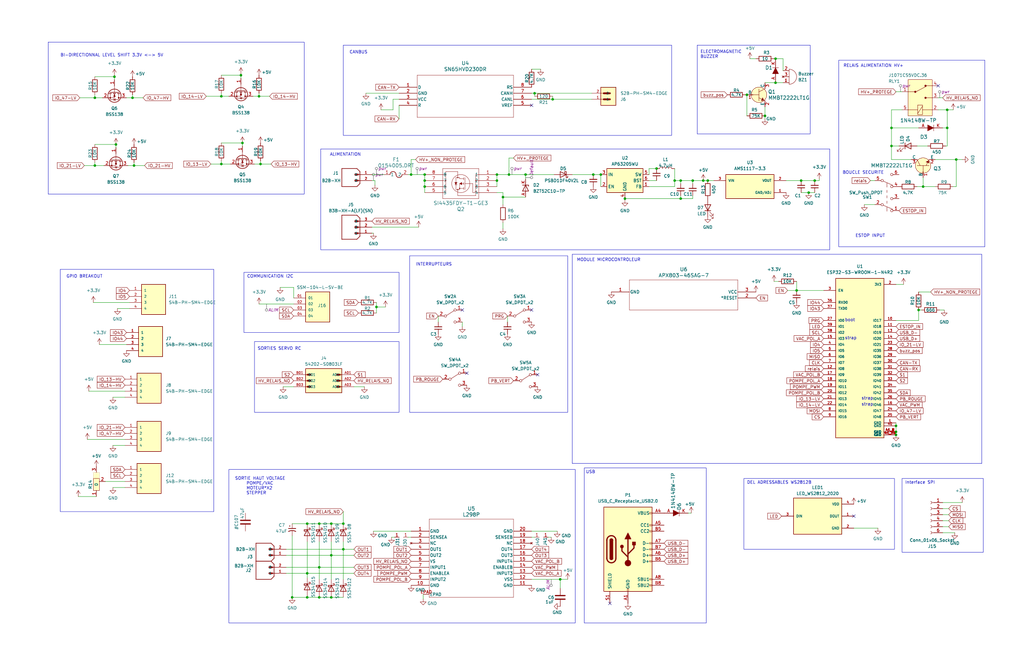
<source format=kicad_sch>
(kicad_sch (version 20230121) (generator eeschema)
  (paper "B")
  (title_block (title "PCB R62") (rev "7.2") (company "Cégep du Vieux Montréal"))
  (lib_symbols
    (symbol "4492:LED_WS2812_2020" (pin_names (offset 1.016))
      (property "Reference" "LED" (at -10.16 8.255 0))
      (property "Value" "LED_WS2812_2020" (at -10.16 -10.16 0))
      (symbol "LED_WS2812_2020_1_0"
        (pin output line (at 15.24 0 180) (length 5.08) (name "DOUT") (number "1"))
        (pin power_in line (at 15.24 -5.08 180) (length 5.08) (name "GND") (number "2"))
        (pin input line (at -15.24 0 0) (length 5.08) (name "DIN") (number "3"))
        (pin power_in line (at 15.24 5.08 180) (length 5.08) (name "VDD") (number "4"))
      )
    )
    (symbol "AMS1117-3.3:AMS1117-3.3" (pin_names (offset 1.016))
      (property "Reference" "U" (at -10.16 5.588 0))
      (property "Value" "AMS1117-3.3" (at -10.16 -8.128 0))
      (symbol "AMS1117-3.3_0_0"
        (pin power_in line (at 15.24 -2.54 180) (length 5.08) (name "GND/ADJ") (number "1"))
        (pin output line (at 15.24 2.54 180) (length 5.08) (name "VOUT") (number "2"))
        (pin input line (at -15.24 2.54 0) (length 5.08) (name "VIN") (number "3"))
      )
    )
    (symbol "APX803-46SAG-7:APX803-46SAG-7" (pin_names (offset 0.254))
      (property "Reference" "U" (at 30.48 10.16 0))
      (property "Value" "APX803-46SAG-7" (at 30.48 7.62 0))
      (symbol "APX803-46SAG-7_0_1"
        (pin power_in line (at 0 0 0) (length 7.62) (name "GND") (number "1"))
        (pin output line (at 60.96 -2.54 180) (length 7.62) (name "*RESET") (number "2"))
        (pin power_in line (at 60.96 0 180) (length 7.62) (name "VCC") (number "3"))
      )
    )
    (symbol "Connector:Conn_01x06_Socket" (pin_names (offset 1.016) hide)
      (property "Reference" "J" (at 0 7.62 0))
      (property "Value" "Conn_01x06_Socket" (at 0 -10.16 0))
      (symbol "Conn_01x06_Socket_1_1"
        (pin passive line (at -5.08 5.08 0) (length 3.81) (name "Pin_1") (number "1"))
        (pin passive line (at -5.08 2.54 0) (length 3.81) (name "Pin_2") (number "2"))
        (pin passive line (at -5.08 0 0) (length 3.81) (name "Pin_3") (number "3"))
        (pin passive line (at -5.08 -2.54 0) (length 3.81) (name "Pin_4") (number "4"))
        (pin passive line (at -5.08 -5.08 0) (length 3.81) (name "Pin_5") (number "5"))
        (pin passive line (at -5.08 -7.62 0) (length 3.81) (name "Pin_6") (number "6"))
      )
    )
    (symbol "Connector:USB_C_Receptacle_USB2.0" (pin_names (offset 1.016))
      (property "Reference" "J" (at -10.16 19.05 0))
      (property "Value" "USB_C_Receptacle_USB2.0" (at 19.05 19.05 0))
      (symbol "USB_C_Receptacle_USB2.0_1_1"
        (pin passive line (at 0 -22.86 90) (length 5.08) (name "GND") (number "A1"))
        (pin passive line (at 0 -22.86 90) (length 5.08) hide (name "GND") (number "A12"))
        (pin passive line (at 15.24 15.24 180) (length 5.08) (name "VBUS") (number "A4"))
        (pin bidirectional line (at 15.24 10.16 180) (length 5.08) (name "CC1") (number "A5"))
        (pin bidirectional line (at 15.24 -2.54 180) (length 5.08) (name "D+") (number "A6"))
        (pin bidirectional line (at 15.24 2.54 180) (length 5.08) (name "D-") (number "A7"))
        (pin bidirectional line (at 15.24 -12.7 180) (length 5.08) (name "SBU1") (number "A8"))
        (pin passive line (at 15.24 15.24 180) (length 5.08) hide (name "VBUS") (number "A9"))
        (pin passive line (at 0 -22.86 90) (length 5.08) hide (name "GND") (number "B1"))
        (pin passive line (at 0 -22.86 90) (length 5.08) hide (name "GND") (number "B12"))
        (pin passive line (at 15.24 15.24 180) (length 5.08) hide (name "VBUS") (number "B4"))
        (pin bidirectional line (at 15.24 7.62 180) (length 5.08) (name "CC2") (number "B5"))
        (pin bidirectional line (at 15.24 -5.08 180) (length 5.08) (name "D+") (number "B6"))
        (pin bidirectional line (at 15.24 0 180) (length 5.08) (name "D-") (number "B7"))
        (pin bidirectional line (at 15.24 -15.24 180) (length 5.08) (name "SBU2") (number "B8"))
        (pin passive line (at 15.24 15.24 180) (length 5.08) hide (name "VBUS") (number "B9"))
        (pin passive line (at -7.62 -22.86 90) (length 5.08) (name "SHIELD") (number "S1"))
      )
    )
    (symbol "Device:Buzzer" (pin_names (offset 0.0254) hide)
      (property "Reference" "BZ" (at 3.81 1.27 0))
      (property "Value" "Buzzer" (at 3.81 -1.27 0))
      (symbol "Buzzer_1_0"
        (pin no_connect line (at -2.54 0 0) (length 2.54) (name "mech") (number "3"))
      )
      (symbol "Buzzer_1_1"
        (pin passive line (at -2.54 2.54 0) (length 2.54) (name "-") (number "1"))
        (pin passive line (at -2.54 -2.54 0) (length 2.54) (name "+") (number "2"))
      )
    )
    (symbol "Device:C" (pin_numbers hide) (pin_names (offset 0.254))
      (property "Reference" "C" (at 0.635 2.54 0))
      (property "Value" "C" (at 0.635 -2.54 0))
      (symbol "C_1_1"
        (pin passive line (at 0 3.81 270) (length 2.794) (name "~") (number "1"))
        (pin passive line (at 0 -3.81 90) (length 2.794) (name "~") (number "2"))
      )
    )
    (symbol "Device:C_Polarized_Small_US" (pin_numbers hide) (pin_names (offset 0.254) hide)
      (property "Reference" "C" (at 0.254 1.778 0))
      (property "Value" "C_Polarized_Small_US" (at 0.254 -2.032 0))
      (symbol "C_Polarized_Small_US_1_1"
        (pin passive line (at 0 2.54 270) (length 2.032) (name "~") (number "1"))
        (pin passive line (at 0 -2.54 90) (length 2.032) (name "~") (number "2"))
      )
    )
    (symbol "Device:C_Small" (pin_numbers hide) (pin_names (offset 0.254) hide)
      (property "Reference" "C" (at 0.254 1.778 0))
      (property "Value" "C_Small" (at 0.254 -2.032 0))
      (symbol "C_Small_1_1"
        (pin passive line (at 0 2.54 270) (length 2.032) (name "~") (number "1"))
        (pin passive line (at 0 -2.54 90) (length 2.032) (name "~") (number "2"))
      )
    )
    (symbol "Device:L" (pin_numbers hide) (pin_names (offset 1.016) hide)
      (property "Reference" "L" (at -1.27 0 90))
      (property "Value" "L" (at 1.905 0 90))
      (symbol "L_1_1"
        (pin passive line (at 0 3.81 270) (length 1.27) (name "1") (number "1"))
        (pin passive line (at 0 -3.81 90) (length 1.27) (name "2") (number "2"))
      )
    )
    (symbol "Device:LED" (pin_numbers hide) (pin_names (offset 1.016) hide)
      (property "Reference" "D" (at 0 2.54 0))
      (property "Value" "LED" (at 0 -2.54 0))
      (symbol "LED_1_1"
        (pin passive line (at -3.81 0 0) (length 2.54) (name "K") (number "1"))
        (pin passive line (at 3.81 0 180) (length 2.54) (name "A") (number "2"))
      )
    )
    (symbol "Device:R" (pin_numbers hide) (pin_names (offset 0))
      (property "Reference" "R" (at 2.032 0 90))
      (property "Value" "R" (at 0 0 90))
      (symbol "R_1_1"
        (pin passive line (at 0 3.81 270) (length 1.27) (name "~") (number "1"))
        (pin passive line (at 0 -3.81 90) (length 1.27) (name "~") (number "2"))
      )
    )
    (symbol "Diode:BZT52Bxx" (pin_names hide)
      (property "Reference" "D4" (at -1.27 3.175 90))
      (property "Value" "BZT52C10-TP" (at 1.27 3.175 90))
      (symbol "BZT52Bxx_1_1"
        (pin passive line (at 3.81 0 180) (length 2.54) (name "A") (number "A"))
        (pin passive line (at -3.81 0 0) (length 2.54) (name "K") (number "K"))
      )
    )
    (symbol "ESP32-S3-WROOM-1-N4R2:ESP32-S3-WROOM-1-N4R2" (pin_names (offset 1.016))
      (property "Reference" "U" (at -10.16 34.1122 0))
      (property "Value" "ESP32-S3-WROOM-1-N4R2" (at -10.16 -36.83 0))
      (symbol "ESP32-S3-WROOM-1-N4R2_0_0"
        (pin power_in line (at 15.24 -27.94 180) (length 5.08) (name "GND") (number "1"))
        (pin bidirectional line (at 15.24 15.24 180) (length 5.08) (name "IO17") (number "10"))
        (pin bidirectional line (at 15.24 12.7 180) (length 5.08) (name "IO18") (number "11"))
        (pin bidirectional line (at -15.24 -5.08 0) (length 5.08) (name "IO8") (number "12"))
        (pin bidirectional line (at 15.24 10.16 180) (length 5.08) (name "IO19") (number "13"))
        (pin bidirectional line (at 15.24 7.62 180) (length 5.08) (name "IO20") (number "14"))
        (pin bidirectional line (at -15.24 7.62 0) (length 5.08) (name "IO3") (number "15"))
        (pin bidirectional line (at 15.24 -20.32 180) (length 5.08) (name "IO46") (number "16"))
        (pin bidirectional line (at -15.24 -7.62 0) (length 5.08) (name "IO9") (number "17"))
        (pin bidirectional line (at -15.24 -10.16 0) (length 5.08) (name "IO10") (number "18"))
        (pin bidirectional line (at -15.24 -12.7 0) (length 5.08) (name "IO11") (number "19"))
        (pin power_in line (at 15.24 30.48 180) (length 5.08) (name "3V3") (number "2"))
        (pin bidirectional line (at -15.24 -15.24 0) (length 5.08) (name "IO12") (number "20"))
        (pin bidirectional line (at -15.24 -17.78 0) (length 5.08) (name "IO13") (number "21"))
        (pin bidirectional line (at -15.24 -20.32 0) (length 5.08) (name "IO14") (number "22"))
        (pin bidirectional line (at 15.24 5.08 180) (length 5.08) (name "IO21") (number "23"))
        (pin bidirectional line (at 15.24 -22.86 180) (length 5.08) (name "IO47") (number "24"))
        (pin bidirectional line (at 15.24 -25.4 180) (length 5.08) (name "IO48") (number "25"))
        (pin bidirectional line (at 15.24 -17.78 180) (length 5.08) (name "IO45") (number "26"))
        (pin bidirectional line (at -15.24 15.24 0) (length 5.08) (name "IO0") (number "27"))
        (pin bidirectional line (at 15.24 2.54 180) (length 5.08) (name "IO35") (number "28"))
        (pin bidirectional line (at 15.24 0 180) (length 5.08) (name "IO36") (number "29"))
        (pin input line (at -15.24 27.94 0) (length 5.08) (name "EN") (number "3"))
        (pin bidirectional line (at 15.24 -2.54 180) (length 5.08) (name "IO37") (number "30"))
        (pin bidirectional line (at 15.24 -5.08 180) (length 5.08) (name "IO38") (number "31"))
        (pin bidirectional line (at 15.24 -7.62 180) (length 5.08) (name "IO39") (number "32"))
        (pin bidirectional line (at 15.24 -10.16 180) (length 5.08) (name "IO40") (number "33"))
        (pin bidirectional line (at 15.24 -12.7 180) (length 5.08) (name "IO41") (number "34"))
        (pin bidirectional line (at 15.24 -15.24 180) (length 5.08) (name "IO42") (number "35"))
        (pin bidirectional line (at -15.24 22.86 0) (length 5.08) (name "RXD0") (number "36"))
        (pin bidirectional line (at -15.24 20.32 0) (length 5.08) (name "TXD0") (number "37"))
        (pin bidirectional line (at -15.24 10.16 0) (length 5.08) (name "IO2") (number "38"))
        (pin bidirectional line (at -15.24 12.7 0) (length 5.08) (name "IO1") (number "39"))
        (pin bidirectional line (at -15.24 5.08 0) (length 5.08) (name "IO4") (number "4"))
        (pin power_in line (at 15.24 -29.21 180) (length 5.08) (name "GND") (number "40"))
        (pin power_in line (at 15.24 -31.75 180) (length 5.08) (name "GND") (number "41_1"))
        (pin power_in line (at 15.24 -31.75 180) (length 5.08) (name "GND") (number "41_2"))
        (pin power_in line (at 15.24 -31.75 180) (length 5.08) (name "GND") (number "41_3"))
        (pin power_in line (at 15.24 -31.75 180) (length 5.08) (name "GND") (number "41_4"))
        (pin power_in line (at 15.24 -31.75 180) (length 5.08) (name "GND") (number "41_5"))
        (pin power_in line (at 15.24 -31.75 180) (length 5.08) (name "GND") (number "41_6"))
        (pin power_in line (at 15.24 -31.75 180) (length 5.08) (name "GND") (number "41_7"))
        (pin power_in line (at 15.24 -31.75 180) (length 5.08) (name "GND") (number "41_8"))
        (pin power_in line (at 15.24 -31.75 180) (length 5.08) (name "GND") (number "41_9"))
        (pin bidirectional line (at -15.24 2.54 0) (length 5.08) (name "IO5") (number "5"))
        (pin bidirectional line (at -15.24 0 0) (length 5.08) (name "IO6") (number "6"))
        (pin bidirectional line (at -15.24 -2.54 0) (length 5.08) (name "IO7") (number "7"))
        (pin bidirectional line (at -15.24 -22.86 0) (length 5.08) (name "IO15") (number "8"))
        (pin bidirectional line (at -15.24 -25.4 0) (length 5.08) (name "IO16") (number "9"))
      )
      (symbol "ESP32-S3-WROOM-1-N4R2_1_0"
        (pin power_in line (at 15.24 -33.02 180) (length 5.08) (name "GND") (number "41_10"))
        (pin power_in line (at 15.24 -33.02 180) (length 5.08) (name "GND") (number "41_11"))
        (pin power_in line (at 15.24 -33.02 180) (length 5.08) (name "GND") (number "41_12"))
        (pin power_in line (at 15.24 -33.02 180) (length 5.08) (name "GND") (number "41_13"))
        (pin power_in line (at 15.24 -33.02 180) (length 5.08) (name "GND") (number "41_14"))
        (pin power_in line (at 15.24 -33.02 180) (length 5.08) (name "GND") (number "41_15"))
        (pin power_in line (at 15.24 -33.02 180) (length 5.08) (name "GND") (number "41_16"))
        (pin power_in line (at 15.24 -33.02 180) (length 5.08) (name "GND") (number "41_16"))
        (pin power_in line (at 15.24 -33.02 180) (length 5.08) (name "GND") (number "41_17"))
        (pin power_in line (at 15.24 -33.02 180) (length 5.08) (name "GND") (number "41_18"))
        (pin power_in line (at 15.24 -33.02 180) (length 5.08) (name "GND") (number "41_19"))
        (pin power_in line (at 15.24 -33.02 180) (length 5.08) (name "GND") (number "41_20"))
        (pin power_in line (at 15.24 -33.02 180) (length 5.08) (name "GND") (number "41_21"))
      )
    )
    (symbol "JST-XH-2:B2B-XH-A(LF)(SN)__NO_COURTYARD" (pin_names (offset 1.016))
      (property "Reference" "J" (at 0 3.81 0))
      (property "Value" "B2B-XH" (at 0 7.62 0))
      (symbol "B2B-XH-A(LF)(SN)__NO_COURTYARD_0_0"
        (pin passive line (at -5.08 0 0) (length 5.08) (name "1") (number "1"))
        (pin passive line (at -5.08 -2.54 0) (length 5.08) (name "2") (number "2"))
      )
    )
    (symbol "JST-XH-3:B3B-XH-A(LF)(SN)" (pin_names (offset 1.016))
      (property "Reference" "J" (at 0 6.35 0))
      (property "Value" "B3B-XH-A(LF)(SN)" (at 0 -7.62 0))
      (symbol "B3B-XH-A(LF)(SN)_0_0"
        (pin passive line (at -5.08 2.54 0) (length 5.08) (name "1") (number "1"))
        (pin passive line (at -5.08 0 0) (length 5.08) (name "2") (number "2"))
        (pin passive line (at -5.08 -2.54 0) (length 5.08) (name "3") (number "3"))
      )
    )
    (symbol "L298P:L298P013TR" (pin_names (offset 0.254))
      (property "Reference" "U" (at 25.4 10.16 0))
      (property "Value" "L298P" (at 25.4 7.62 0))
      (symbol "L298P013TR_0_1"
        (pin power_out line (at 0 0 0) (length 7.62) (name "GND") (number "1"))
        (pin power_out line (at 0 -22.86 0) (length 7.62) (name "GND") (number "10"))
        (pin power_out line (at 50.8 -22.86 180) (length 7.62) (name "GND") (number "11"))
        (pin power_in line (at 50.8 -20.32 180) (length 7.62) (name "VSS") (number "12"))
        (pin input line (at 50.8 -17.78 180) (length 7.62) (name "INPUT3") (number "13"))
        (pin input line (at 50.8 -15.24 180) (length 7.62) (name "ENABLEB") (number "14"))
        (pin input line (at 50.8 -12.7 180) (length 7.62) (name "INPUT4") (number "15"))
        (pin output line (at 50.8 -10.16 180) (length 7.62) (name "OUT3") (number "16"))
        (pin output line (at 50.8 -7.62 180) (length 7.62) (name "OUT4") (number "17"))
        (pin no_connect line (at 50.8 -5.08 180) (length 7.62) (name "NC") (number "18"))
        (pin input line (at 50.8 -2.54 180) (length 7.62) (name "SENSEB") (number "19"))
        (pin input line (at 0 -2.54 0) (length 7.62) (name "SENSEA") (number "2"))
        (pin power_out line (at 50.8 0 180) (length 7.62) (name "GND") (number "20"))
        (pin no_connect line (at 0 -5.08 0) (length 7.62) (name "NC") (number "3"))
        (pin output line (at 0 -7.62 0) (length 7.62) (name "OUT1") (number "4"))
        (pin output line (at 0 -10.16 0) (length 7.62) (name "OUT2") (number "5"))
        (pin power_in line (at 0 -12.7 0) (length 7.62) (name "VS") (number "6"))
        (pin input line (at 0 -15.24 0) (length 7.62) (name "INPUT1") (number "7"))
        (pin input line (at 0 -17.78 0) (length 7.62) (name "ENABLEA") (number "8"))
        (pin input line (at 0 -20.32 0) (length 7.62) (name "INPUT2") (number "9"))
      )
      (symbol "L298P013TR_1_1"
        (pin input line (at 5.08 -26.67 0) (length 2.54) (name "EPAD") (number "EPAD"))
      )
    )
    (symbol "R_0805_jumper:R_0805_jumper"
      (property "Reference" "R" (at -1.27 2.54 0))
      (property "Value" "0" (at -1.27 0 0))
      (symbol "R_0805_jumper_1_1"
        (pin bidirectional line (at -6.35 0 0) (length 2.54) (name "") (number "1"))
        (pin bidirectional line (at 0 -3.81 90) (length 2.54) (name "") (number "2"))
        (pin bidirectional line (at 6.35 0 180) (length 2.54) (name "") (number "3"))
      )
    )
    (symbol "Regulator_Switching:AP63205WU"
      (property "Reference" "U" (at -7.62 6.35 0))
      (property "Value" "AP63205WU" (at 2.54 6.35 0))
      (symbol "AP63205WU_1_1"
        (pin input line (at 10.16 -2.54 180) (length 2.54) (name "FB") (number "1"))
        (pin input line (at -10.16 -2.54 0) (length 2.54) (name "EN") (number "2"))
        (pin power_in line (at -10.16 2.54 0) (length 2.54) (name "IN") (number "3"))
        (pin power_in line (at 0 -7.62 90) (length 2.54) (name "GND") (number "4"))
        (pin output line (at 10.16 2.54 180) (length 2.54) (name "SW") (number "5"))
        (pin passive line (at 10.16 0 180) (length 2.54) (name "BST") (number "6"))
      )
    )
    (symbol "SI4435FDY-T1-GE3:SI4435FDY-T1-GE3" (pin_names (offset 0.254))
      (property "Reference" "Q" (at 15.24 7.62 0))
      (property "Value" "SI4435FDY-T1-GE3" (at 15.24 5.08 0))
      (symbol "SI4435FDY-T1-GE3_0_1"
        (pin unspecified line (at 0 0 0) (length 7.62) (name "1") (number "1"))
        (pin unspecified line (at 0 -2.54 0) (length 7.62) (name "2") (number "2"))
        (pin unspecified line (at 0 -5.08 0) (length 7.62) (name "3") (number "3"))
        (pin unspecified line (at 0 -7.62 0) (length 7.62) (name "4") (number "4"))
        (pin unspecified line (at 30.48 -7.62 180) (length 7.62) (name "5") (number "5"))
        (pin unspecified line (at 30.48 -5.08 180) (length 7.62) (name "6") (number "6"))
        (pin unspecified line (at 30.48 -2.54 180) (length 7.62) (name "7") (number "7"))
        (pin unspecified line (at 30.48 0 180) (length 7.62) (name "8") (number "8"))
      )
    )
    (symbol "SN65HVD:SN65HVD230DR" (pin_names (offset 0.254))
      (property "Reference" "U" (at 27.94 10.16 0))
      (property "Value" "SN65HVD230DR" (at 27.94 7.62 0))
      (symbol "SN65HVD230DR_1_1"
        (pin input line (at 0 0 0) (length 7.62) (name "D") (number "1"))
        (pin power_in line (at 0 -2.54 0) (length 7.62) (name "GND") (number "2"))
        (pin power_in line (at 0 -5.08 0) (length 7.62) (name "VCC") (number "3"))
        (pin input line (at 0 -7.62 0) (length 7.62) (name "R") (number "4"))
        (pin power_in line (at 55.88 -7.62 180) (length 7.62) (name "VREF") (number "5"))
        (pin output line (at 55.88 -5.08 180) (length 7.62) (name "CANL") (number "6"))
        (pin output line (at 55.88 -2.54 180) (length 7.62) (name "CANH") (number "7"))
        (pin input line (at 55.88 0 180) (length 7.62) (name "RS") (number "8"))
      )
    )
    (symbol "SSM-104-L-SV-BE:SSM-104-L-SV-BE" (pin_names (offset 1.016))
      (property "Reference" "J" (at -5.58 6.196 0))
      (property "Value" "SSM-104-L-SV-BE" (at -5.08 -10.16 0))
      (symbol "SSM-104-L-SV-BE_0_0"
        (pin passive line (at -10.16 2.54 0) (length 5.08) (name "01") (number "01"))
        (pin passive line (at -10.16 0 0) (length 5.08) (name "02") (number "02"))
        (pin passive line (at -10.16 -2.54 0) (length 5.08) (name "03") (number "03"))
        (pin passive line (at -10.16 -5.08 0) (length 5.08) (name "04") (number "04"))
      )
    )
    (symbol "Switch:SW_DPDT_x2" (pin_names (offset 0) hide)
      (property "Reference" "SW" (at 0 4.318 0))
      (property "Value" "SW_DPDT_x2" (at 0 -5.08 0))
      (symbol "SW_DPDT_x2_1_1"
        (pin passive line (at 5.08 2.54 180) (length 2.54) (name "A") (number "1"))
        (pin passive line (at -5.08 0 0) (length 2.54) (name "B") (number "2"))
        (pin passive line (at 5.08 -2.54 180) (length 2.54) (name "C") (number "3"))
      )
      (symbol "SW_DPDT_x2_2_1"
        (pin passive line (at 5.08 2.54 180) (length 2.54) (name "A") (number "4"))
        (pin passive line (at -5.08 0 0) (length 2.54) (name "B") (number "5"))
        (pin passive line (at 5.08 -2.54 180) (length 2.54) (name "C") (number "6"))
      )
    )
    (symbol "Switch:SW_Push_DPDT" (pin_names (offset 0) hide)
      (property "Reference" "SW" (at 0 8.89 0))
      (property "Value" "SW_Push_DPDT" (at 0 -10.16 0))
      (symbol "SW_Push_DPDT_1_1"
        (pin passive line (at 5.08 7.62 180) (length 2.54) (name "A") (number "1"))
        (pin passive line (at -5.08 5.08 0) (length 2.54) (name "B") (number "2"))
        (pin passive line (at 5.08 2.54 180) (length 2.54) (name "C") (number "3"))
        (pin passive line (at 5.08 -2.54 180) (length 2.54) (name "A") (number "4"))
        (pin passive line (at -5.08 -5.08 0) (length 2.54) (name "B") (number "5"))
        (pin passive line (at 5.08 -7.62 180) (length 2.54) (name "C") (number "6"))
      )
    )
    (symbol "bss138:BSS138" (pin_names hide)
      (property "Reference" "Q" (at 5.08 1.905 0))
      (property "Value" "BSS138" (at 5.08 0 0))
      (symbol "BSS138_1_1"
        (pin input line (at -5.08 0 0) (length 2.54) (name "G") (number "1"))
        (pin passive line (at 2.54 -5.08 90) (length 2.54) (name "S") (number "2"))
        (pin passive line (at 2.54 5.08 270) (length 2.54) (name "D") (number "3"))
      )
    )
    (symbol "connecteurs:0154005.DRT" (pin_names (offset 0.254))
      (property "Reference" "F" (at 5.08 3.175 0))
      (property "Value" "0154005.DRT" (at 5.08 -3.175 0))
      (symbol "0154005.DRT_1_1"
        (pin unspecified line (at 0 0 0) (length 2.54) (name "1") (number "1"))
        (pin unspecified line (at 10.16 0 180) (length 2.54) (name "2") (number "2"))
      )
      (symbol "0154005.DRT_1_2"
        (pin unspecified line (at 0 0 90) (length 2.54) (name "1") (number "1"))
        (pin unspecified line (at 0 10.16 270) (length 2.54) (name "2") (number "2"))
      )
    )
    (symbol "connecteurs:54202-S0803LF" (pin_names (offset 1.016))
      (property "Reference" "J" (at -7.62 5.842 0))
      (property "Value" "54202-S0803LF" (at -7.62 -7.62 0))
      (symbol "54202-S0803LF_0_0"
        (pin passive line (at -12.7 2.54 0) (length 5.08) (name "A01") (number "A01"))
        (pin passive line (at -12.7 0 0) (length 5.08) (name "A02") (number "A02"))
        (pin passive line (at -12.7 -2.54 0) (length 5.08) (name "A03") (number "A03"))
        (pin passive line (at 12.7 2.54 180) (length 5.08) (name "B01") (number "B01"))
        (pin passive line (at 12.7 0 180) (length 5.08) (name "B02") (number "B02"))
        (pin passive line (at 12.7 -2.54 180) (length 5.08) (name "B03") (number "B03"))
      )
    )
    (symbol "connecteurs:640456-4" (pin_names (offset 1.016))
      (property "Reference" "J" (at -5.58 7.62 0))
      (property "Value" "640456-4" (at -5.08 -7.62 0))
      (symbol "640456-4_0_0"
        (pin passive line (at -10.16 5.08 0) (length 5.08) (name "1") (number "1"))
        (pin passive line (at -10.16 2.54 0) (length 5.08) (name "2") (number "2"))
        (pin passive line (at -10.16 0 0) (length 5.08) (name "3") (number "3"))
        (pin passive line (at -10.16 -2.54 0) (length 5.08) (name "4") (number "4"))
      )
    )
    (symbol "connecteurs:Conn_01x01_Pin" (pin_names (offset 1.016) hide)
      (property "Reference" "J" (at -6.35 0 0))
      (property "Value" "Conn_01x01_Pin" (at -16.51 0 0))
      (symbol "Conn_01x01_Pin_1_1"
        (pin bidirectional line (at 0 0 0) (length 2) (name "Pad_1") (number "1"))
      )
    )
    (symbol "connecteurs:S2B-PH-SM4-EDGE" (pin_names (offset 1.016))
      (property "Reference" "P" (at -1.2718 3.8155 0))
      (property "Value" "S2B-PH-SM4-EDGE" (at -1.271 -5.0839 0))
      (symbol "S2B-PH-SM4-EDGE_0_0"
        (pin passive line (at -5.08 1.27 0) (length 5.08) (name "1") (number "1"))
        (pin passive line (at -5.08 -1.27 0) (length 5.08) (name "2") (number "2"))
      )
    )
    (symbol "dk_Diodes-Rectifiers-Single:1N4148W-TP" (pin_names (offset 0) hide)
      (property "Reference" "D1" (at -1.27 -3.81 0))
      (property "Value" "1N4148W-TP" (at 2.54 3.175 0))
      (symbol "1N4148W-TP_1_1"
        (pin passive line (at -5.08 0 0) (length 3.81) (name "~") (number "A"))
        (pin passive line (at 5.08 0 180) (length 3.81) (name "~") (number "K"))
      )
    )
    (symbol "dk_Transistors-Bipolar-BJT-Single:MMBT2222LT1G" (pin_names (offset 0))
      (property "Reference" "Q" (at -3.2004 4.2164 0))
      (property "Value" "MMBT2222LT1G" (at 5.2324 0 90))
      (symbol "MMBT2222LT1G_1_1"
        (pin input line (at -5.08 0 0) (length 2.54) (name "B") (number "1"))
        (pin passive line (at 2.54 -5.08 90) (length 2.54) (name "E") (number "2"))
        (pin passive line (at 2.54 5.08 270) (length 2.54) (name "C") (number "3"))
      )
    )
    (symbol "power:+3.3V" (power) (pin_names (offset 0))
      (property "Value" "+3.3V" (at 0 3.556 0))
      (symbol "+3.3V_1_1"
        (pin power_in line (at 0 0 90) (length 0) hide (name "+3.3V") (number "1"))
      )
    )
    (symbol "power:+5V" (power) (pin_names (offset 0))
      (property "Value" "+5V" (at 0 3.556 0))
      (symbol "+5V_1_1"
        (pin power_in line (at 0 0 90) (length 0) hide (name "+5V") (number "1"))
      )
    )
    (symbol "power:GND" (power) (pin_names (offset 0))
      (property "Value" "GND" (at 0 -3.81 0))
      (symbol "GND_1_1"
        (pin power_in line (at 0 0 270) (length 0) hide (name "GND") (number "1"))
      )
    )
    (symbol "relais:J1071CS5VDC.36" (pin_names (offset 0) hide)
      (property "Reference" "RLY" (at -8.636 6.858 0))
      (property "Value" "J1071CS5VDC.36" (at -8.89 5.08 90))
      (symbol "J1071CS5VDC.36_1_1"
        (pin passive line (at 2.54 -7.62 90) (length 2.54) (name "COM") (number "1"))
        (pin passive line (at -5.08 7.62 270) (length 2.54) (name "COIL") (number "2"))
        (pin passive line (at 0 7.62 270) (length 2.54) (name "NO") (number "3"))
        (pin passive line (at 5.08 7.62 270) (length 2.54) (name "NC") (number "4"))
        (pin passive line (at -5.08 -7.62 90) (length 2.54) (name "COIL") (number "5"))
      )
    )
    (symbol "ss34 Diode:SS34" (pin_numbers hide) (pin_names hide)
      (property "Reference" "D" (at 0 2.54 0))
      (property "Value" "SS34" (at 0 -2.54 0))
      (symbol "SS34_1_1"
        (pin passive line (at -3.81 0 0) (length 2.54) (name "K") (number "1"))
        (pin passive line (at 3.81 0 180) (length 2.54) (name "A") (number "2"))
      )
    )
  )
  (junction (at 144.78 231.775))
  (junction (at 158.75 129.54))
  (junction (at 250.19 73.66))
  (junction (at 56.515 69.85))
  (junction (at 340.995 81.28))
  (junction (at 221.615 73.66))
  (junction (at 253.365 73.66))
  (junction (at 129.54 241.935))
  (junction (at 209.55 76.2))
  (junction (at 225.425 39.37))
  (junction (at 212.09 83.185))
  (junction (at 296.545 76.2))
  (junction (at 377.825 182.245))
  (junction (at 399.415 46.355))
  (junction (at 179.07 73.66))
  (junction (at 134.62 252.095))
  (junction (at 48.26 32.385))
  (junction (at 327.025 24.765))
  (junction (at 101.6 31.75))
  (junction (at 134.62 220.98))
  (junction (at 139.7 234.315))
  (junction (at 173.355 73.66))
  (junction (at 139.7 220.98))
  (junction (at 134.62 239.395))
  (junction (at 55.88 41.275))
  (junction (at 377.825 179.705))
  (junction (at 263.525 83.82))
  (junction (at 214.63 73.66))
  (junction (at 236.22 244.475))
  (junction (at 209.55 73.66))
  (junction (at 337.82 76.2))
  (junction (at 292.1 76.2))
  (junction (at 375.92 53.975))
  (junction (at 399.415 53.975))
  (junction (at 314.96 40.005))
  (junction (at 276.86 71.12))
  (junction (at 322.58 48.895))
  (junction (at 287.02 76.2))
  (junction (at 377.825 183.515))
  (junction (at 139.7 252.095))
  (junction (at 179.07 78.74))
  (junction (at 40.005 41.275))
  (junction (at 287.02 83.82))
  (junction (at 93.345 69.215))
  (junction (at 48.895 60.96))
  (junction (at 179.07 76.2))
  (junction (at 375.92 61.595))
  (junction (at 298.45 76.2))
  (junction (at 387.35 130.81))
  (junction (at 109.22 40.64))
  (junction (at 123.19 252.095))
  (junction (at 102.235 60.325))
  (junction (at 327.025 34.925))
  (junction (at 129.54 220.98))
  (junction (at 403.225 67.31))
  (junction (at 389.255 78.74))
  (junction (at 109.855 69.215))
  (junction (at 93.345 40.64))
  (junction (at 284.48 76.2))
  (junction (at 335.915 122.555))
  (junction (at 129.54 252.095))
  (junction (at 144.78 220.98))
  (junction (at 233.045 41.91))
  (junction (at 343.535 76.2))
  (junction (at 40.005 69.85))
  (no_connect (at 196.85 157.48))
  (no_connect (at 226.695 158.115))
  (no_connect (at 360.045 217.805))
  (no_connect (at 395.605 36.195))
  (no_connect (at 257.175 254.635))
  (no_connect (at 224.155 130.81))
  (no_connect (at 194.945 130.81))
  (no_connect (at 224.155 44.45))
  (wire (pts (xy 399.415 46.355) (xy 399.415 53.975)))
  (wire (pts (xy 314.96 40.005) (xy 314.96 48.895)))
  (wire (pts (xy 106.68 40.64) (xy 109.22 40.64)))
  (wire (pts (xy 263.525 83.82) (xy 287.02 83.82)))
  (wire (pts (xy 405.765 212.09) (xy 397.51 212.09)))
  (wire (pts (xy 224.155 29.21) (xy 227.965 29.21)))
  (wire (pts (xy 144.78 231.775) (xy 144.78 244.475)))
  (wire (pts (xy 40.005 32.385) (xy 48.26 32.385)))
  (wire (pts (xy 109.855 67.945) (xy 109.855 69.215)))
  (wire (pts (xy 388.62 130.81) (xy 387.35 130.81)))
  (wire (pts (xy 149.225 234.315) (xy 139.7 234.315)))
  (wire (pts (xy 389.255 74.93) (xy 389.255 78.74)))
  (wire (pts (xy 221.615 73.66) (xy 214.63 73.66)))
  (wire (pts (xy 55.88 40.005) (xy 55.88 41.275)))
  (wire (pts (xy 158.75 129.54) (xy 162.56 129.54)))
  (wire (pts (xy 377.825 182.245) (xy 377.825 179.705)))
  (wire (pts (xy 101.6 31.75) (xy 101.6 33.02)))
  (wire (pts (xy 375.92 53.975) (xy 375.92 61.595)))
  (wire (pts (xy 399.415 46.355) (xy 401.955 46.355)))
  (wire (pts (xy 239.395 244.475) (xy 236.22 244.475)))
  (wire (pts (xy 40.005 41.275) (xy 43.18 41.275)))
  (wire (pts (xy 400.05 219.71) (xy 397.51 219.71)))
  (wire (pts (xy 322.58 48.895) (xy 322.58 50.165)))
  (wire (pts (xy 86.995 40.64) (xy 93.345 40.64)))
  (wire (pts (xy 47.625 205.74) (xy 52.705 205.74)))
  (wire (pts (xy 263.525 84.455) (xy 263.525 83.82)))
  (wire (pts (xy 375.92 46.355) (xy 375.92 53.975)))
  (wire (pts (xy 47.625 167.64) (xy 52.705 167.64)))
  (wire (pts (xy 158.75 129.54) (xy 158.75 132.08)))
  (wire (pts (xy 102.235 60.325) (xy 102.235 61.595)))
  (wire (pts (xy 332.105 122.555) (xy 335.915 122.555)))
  (wire (pts (xy 401.955 78.74) (xy 403.225 78.74)))
  (wire (pts (xy 119.38 163.195) (xy 123.825 163.195)))
  (wire (pts (xy 273.685 73.66) (xy 273.685 71.12)))
  (wire (pts (xy 241.3 73.66) (xy 250.19 73.66)))
  (wire (pts (xy 212.09 93.98) (xy 212.09 96.52)))
  (wire (pts (xy 134.62 239.395) (xy 134.62 244.475)))
  (wire (pts (xy 396.24 130.81) (xy 398.145 130.81)))
  (wire (pts (xy 129.54 251.46) (xy 129.54 252.095)))
  (wire (pts (xy 212.09 83.185) (xy 212.09 86.36)))
  (wire (pts (xy 158.75 127.635) (xy 158.75 129.54)))
  (wire (pts (xy 386.715 61.595) (xy 391.16 61.595)))
  (wire (pts (xy 375.92 61.595) (xy 375.92 67.31)))
  (wire (pts (xy 93.345 67.945) (xy 93.345 69.215)))
  (wire (pts (xy 314.325 40.005) (xy 314.96 40.005)))
  (wire (pts (xy 224.155 226.695) (xy 225.425 226.695)))
  (wire (pts (xy 345.44 76.2) (xy 345.44 75.565)))
  (wire (pts (xy 296.545 76.2) (xy 298.45 76.2)))
  (wire (pts (xy 93.345 39.37) (xy 93.345 40.64)))
  (wire (pts (xy 49.53 130.175) (xy 54.61 130.175)))
  (wire (pts (xy 60.96 69.85) (xy 56.515 69.85)))
  (wire (pts (xy 340.995 81.28) (xy 343.535 81.28)))
  (wire (pts (xy 139.7 220.98) (xy 144.78 220.98)))
  (wire (pts (xy 214.63 73.66) (xy 209.55 73.66)))
  (wire (pts (xy 134.62 228.6) (xy 134.62 239.395)))
  (wire (pts (xy 337.82 81.28) (xy 340.995 81.28)))
  (wire (pts (xy 123.19 220.98) (xy 129.54 220.98)))
  (wire (pts (xy 172.085 73.66) (xy 173.355 73.66)))
  (wire (pts (xy 335.915 122.555) (xy 347.345 122.555)))
  (wire (pts (xy 292.1 76.2) (xy 296.545 76.2)))
  (wire (pts (xy 233.045 41.91) (xy 249.555 41.91)))
  (wire (pts (xy 387.35 135.255) (xy 387.35 130.81)))
  (wire (pts (xy 178.435 252.73) (xy 178.435 250.825)))
  (wire (pts (xy 109.22 39.37) (xy 109.22 40.64)))
  (wire (pts (xy 134.62 252.095) (xy 139.7 252.095)))
  (wire (pts (xy 48.895 60.96) (xy 48.895 62.23)))
  (wire (pts (xy 284.48 76.2) (xy 284.48 78.74)))
  (wire (pts (xy 236.22 248.285) (xy 236.22 244.475)))
  (wire (pts (xy 179.07 76.2) (xy 179.07 78.74)))
  (wire (pts (xy 33.02 209.55) (xy 40.64 209.55)))
  (wire (pts (xy 173.355 226.695) (xy 172.085 226.695)))
  (wire (pts (xy 394.335 67.31) (xy 403.225 67.31)))
  (wire (pts (xy 129.54 228.6) (xy 129.54 241.935)))
  (wire (pts (xy 287.02 83.82) (xy 287.02 82.55)))
  (wire (pts (xy 176.53 95.885) (xy 156.845 95.885)))
  (wire (pts (xy 395.605 46.355) (xy 399.415 46.355)))
  (wire (pts (xy 120.65 231.775) (xy 144.78 231.775)))
  (wire (pts (xy 53.975 69.85) (xy 56.515 69.85)))
  (wire (pts (xy 53.34 41.275) (xy 55.88 41.275)))
  (wire (pts (xy 212.09 83.185) (xy 221.615 83.185)))
  (wire (pts (xy 250.19 73.66) (xy 253.365 73.66)))
  (wire (pts (xy 144.78 228.6) (xy 144.78 231.775)))
  (wire (pts (xy 381 120.015) (xy 377.825 120.015)))
  (wire (pts (xy 389.255 78.74) (xy 394.335 78.74)))
  (wire (pts (xy 232.41 226.695) (xy 231.14 226.695)))
  (wire (pts (xy 107.315 69.215) (xy 109.855 69.215)))
  (wire (pts (xy 109.22 128.27) (xy 123.825 128.27)))
  (wire (pts (xy 368.935 76.2) (xy 367.03 76.2)))
  (wire (pts (xy 375.92 61.595) (xy 379.095 61.595)))
  (wire (pts (xy 377.825 179.705) (xy 377.825 178.435)))
  (wire (pts (xy 129.54 220.98) (xy 134.62 220.98)))
  (wire (pts (xy 337.82 76.2) (xy 343.535 76.2)))
  (wire (pts (xy 37.465 165.1) (xy 52.705 165.1)))
  (wire (pts (xy 331.47 76.2) (xy 337.82 76.2)))
  (wire (pts (xy 120.65 241.935) (xy 129.54 241.935)))
  (wire (pts (xy 56.515 68.58) (xy 56.515 69.85)))
  (wire (pts (xy 101.6 31.115) (xy 101.6 31.75)))
  (wire (pts (xy 225.425 39.37) (xy 249.555 39.37)))
  (wire (pts (xy 343.535 76.2) (xy 345.44 76.2)))
  (wire (pts (xy 375.92 53.975) (xy 387.35 53.975)))
  (wire (pts (xy 114.3 69.215) (xy 109.855 69.215)))
  (wire (pts (xy 209.55 73.66) (xy 209.55 76.2)))
  (wire (pts (xy 118.11 121.285) (xy 123.825 121.285)))
  (wire (pts (xy 386.715 78.74) (xy 389.255 78.74)))
  (wire (pts (xy 400.05 217.17) (xy 397.51 217.17)))
  (wire (pts (xy 134.62 239.395) (xy 149.225 239.395)))
  (wire (pts (xy 161.925 73.66) (xy 156.845 73.66)))
  (wire (pts (xy 157.48 98.425) (xy 156.845 98.425)))
  (wire (pts (xy 93.345 40.64) (xy 96.52 40.64)))
  (wire (pts (xy 113.665 40.64) (xy 109.22 40.64)))
  (wire (pts (xy 402.59 224.79) (xy 397.51 224.79)))
  (wire (pts (xy 93.345 60.325) (xy 102.235 60.325)))
  (wire (pts (xy 129.54 241.935) (xy 129.54 243.84)))
  (wire (pts (xy 287.02 76.2) (xy 292.1 76.2)))
  (wire (pts (xy 144.78 215.9) (xy 144.78 220.98)))
  (wire (pts (xy 287.02 76.2) (xy 287.02 77.47)))
  (wire (pts (xy 48.26 31.75) (xy 48.26 32.385)))
  (wire (pts (xy 175.26 67.31) (xy 173.355 67.31)))
  (wire (pts (xy 224.155 39.37) (xy 225.425 39.37)))
  (wire (pts (xy 284.48 78.74) (xy 273.685 78.74)))
  (wire (pts (xy 375.92 67.31) (xy 384.175 67.31)))
  (wire (pts (xy 225.425 39.37) (xy 225.425 40.64)))
  (wire (pts (xy 253.365 73.66) (xy 253.365 78.74)))
  (wire (pts (xy 397.51 53.975) (xy 399.415 53.975)))
  (wire (pts (xy 153.67 163.195) (xy 149.225 163.195)))
  (wire (pts (xy 209.55 81.28) (xy 212.09 81.28)))
  (wire (pts (xy 221.615 73.66) (xy 233.68 73.66)))
  (wire (pts (xy 173.355 67.31) (xy 173.355 73.66)))
  (wire (pts (xy 33.655 41.275) (xy 40.005 41.275)))
  (wire (pts (xy 35.56 69.85) (xy 40.005 69.85)))
  (wire (pts (xy 316.23 24.765) (xy 318.77 24.765)))
  (wire (pts (xy 48.26 32.385) (xy 48.26 33.655)))
  (wire (pts (xy 335.915 118.745) (xy 335.915 122.555)))
  (wire (pts (xy 377.825 183.515) (xy 377.825 182.245)))
  (wire (pts (xy 292.1 83.82) (xy 292.1 82.55)))
  (wire (pts (xy 179.07 78.74) (xy 179.07 81.28)))
  (wire (pts (xy 298.45 76.2) (xy 300.99 76.2)))
  (wire (pts (xy 403.225 67.31) (xy 405.765 67.31)))
  (wire (pts (xy 233.045 40.64) (xy 233.045 41.91)))
  (wire (pts (xy 144.78 231.775) (xy 149.225 231.775)))
  (wire (pts (xy 123.19 252.095) (xy 129.54 252.095)))
  (wire (pts (xy 330.2 24.765) (xy 330.2 29.845)))
  (wire (pts (xy 40.005 60.96) (xy 48.895 60.96)))
  (wire (pts (xy 139.7 234.315) (xy 139.7 244.475)))
  (wire (pts (xy 93.345 69.215) (xy 97.155 69.215)))
  (wire (pts (xy 380.365 38.735) (xy 377.825 38.735)))
  (wire (pts (xy 209.55 76.2) (xy 209.55 78.74)))
  (wire (pts (xy 168.275 50.165) (xy 168.275 44.45)))
  (wire (pts (xy 88.9 69.215) (xy 93.345 69.215)))
  (wire (pts (xy 129.54 241.935) (xy 149.225 241.935)))
  (wire (pts (xy 165.735 41.91) (xy 168.275 41.91)))
  (wire (pts (xy 157.48 224.155) (xy 173.355 224.155)))
  (wire (pts (xy 40.005 40.005) (xy 40.005 41.275)))
  (wire (pts (xy 221.615 75.565) (xy 221.615 73.66)))
  (wire (pts (xy 213.995 135.89) (xy 213.995 133.35)))
  (wire (pts (xy 364.49 86.36) (xy 368.935 86.36)))
  (wire (pts (xy 273.685 71.12) (xy 276.86 71.12)))
  (wire (pts (xy 322.58 34.925) (xy 327.025 34.925)))
  (wire (pts (xy 327.025 24.765) (xy 326.39 24.765)))
  (wire (pts (xy 360.045 222.885) (xy 370.205 222.885)))
  (wire (pts (xy 160.655 46.355) (xy 165.735 46.355)))
  (wire (pts (xy 123.19 226.06) (xy 123.19 252.095)))
  (wire (pts (xy 120.65 234.315) (xy 139.7 234.315)))
  (wire (pts (xy 273.685 76.2) (xy 276.86 76.2)))
  (wire (pts (xy 291.465 216.535) (xy 290.195 216.535)))
  (wire (pts (xy 173.355 73.66) (xy 179.07 73.66)))
  (wire (pts (xy 234.95 224.155) (xy 224.155 224.155)))
  (wire (pts (xy 47.625 187.96) (xy 52.705 187.96)))
  (wire (pts (xy 400.05 214.63) (xy 397.51 214.63)))
  (wire (pts (xy 129.54 252.095) (xy 134.62 252.095)))
  (wire (pts (xy 330.2 24.765) (xy 327.025 24.765)))
  (wire (pts (xy 214.63 66.675) (xy 214.63 73.66)))
  (wire (pts (xy 184.785 135.89) (xy 184.785 133.35)))
  (wire (pts (xy 216.535 66.675) (xy 214.63 66.675)))
  (wire (pts (xy 36.83 185.42) (xy 52.705 185.42)))
  (wire (pts (xy 399.415 53.975) (xy 399.415 61.595)))
  (wire (pts (xy 39.37 127.635) (xy 54.61 127.635)))
  (wire (pts (xy 134.62 220.98) (xy 139.7 220.98)))
  (wire (pts (xy 327.025 34.925) (xy 330.2 34.925)))
  (wire (pts (xy 156.845 76.2) (xy 158.115 76.2)))
  (wire (pts (xy 139.7 228.6) (xy 139.7 234.315)))
  (wire (pts (xy 400.05 222.25) (xy 397.51 222.25)))
  (wire (pts (xy 41.91 145.415) (xy 53.34 145.415)))
  (wire (pts (xy 194.945 137.795) (xy 194.945 135.89)))
  (wire (pts (xy 179.07 73.66) (xy 179.07 76.2)))
  (wire (pts (xy 284.48 71.12) (xy 284.48 76.2)))
  (wire (pts (xy 377.825 135.255) (xy 387.35 135.255)))
  (wire (pts (xy 139.7 252.095) (xy 144.78 252.095)))
  (wire (pts (xy 60.325 41.275) (xy 55.88 41.275)))
  (wire (pts (xy 397.51 41.275) (xy 395.605 41.275)))
  (wire (pts (xy 224.155 41.91) (xy 233.045 41.91)))
  (wire (pts (xy 287.02 83.82) (xy 292.1 83.82)))
  (wire (pts (xy 403.225 78.74) (xy 403.225 67.31)))
  (wire (pts (xy 44.45 203.2) (xy 52.705 203.2)))
  (wire (pts (xy 322.58 45.085) (xy 322.58 48.895)))
  (wire (pts (xy 224.155 244.475) (xy 236.22 244.475)))
  (wire (pts (xy 165.1 226.695) (xy 166.37 226.695)))
  (wire (pts (xy 212.09 81.28) (xy 212.09 83.185)))
  (wire (pts (xy 40.005 69.85) (xy 43.815 69.85)))
  (wire (pts (xy 392.43 123.19) (xy 387.35 123.19)))
  (wire (pts (xy 123.825 121.285) (xy 123.825 125.73)))
  (wire (pts (xy 165.735 46.355) (xy 165.735 41.91)))
  (wire (pts (xy 399.415 61.595) (xy 398.78 61.595)))
  (wire (pts (xy 326.39 118.745) (xy 328.295 118.745)))
  (wire (pts (xy 292.1 76.2) (xy 292.1 77.47)))
  (wire (pts (xy 154.305 39.37) (xy 168.275 39.37)))
  (wire (pts (xy 93.345 31.75) (xy 101.6 31.75)))
  (wire (pts (xy 120.65 239.395) (xy 134.62 239.395)))
  (wire (pts (xy 284.48 76.2) (xy 287.02 76.2)))
  (wire (pts (xy 158.115 76.2) (xy 158.115 78.105)))
  (wire (pts (xy 40.005 68.58) (xy 40.005 69.85)))
  (wire (pts (xy 375.92 46.355) (xy 380.365 46.355)))
  (rectangle (start 353.695 25.4) (end 415.29 104.14))
  (rectangle (start 380.365 201.93) (end 414.655 233.045))
  (rectangle (start 25.4 113.665) (end 90.17 215.9))
  (rectangle (start 107.315 144.145) (end 168.275 173.99))
  (rectangle (start 294.005 19.05) (end 341.63 56.515))
  (rectangle (start 20.32 17.78) (end 128.27 81.915))
  (rectangle (start 135.255 62.865) (end 349.885 105.41))
  (rectangle (start 102.87 114.935) (end 168.275 140.335))
  (rectangle (start 96.52 198.12) (end 242.57 262.89))
  (rectangle (start 241.3 107.315) (end 414.02 195.58))
  (rectangle (start 313.69 201.93) (end 377.19 231.775))
  (rectangle (start 144.78 19.05) (end 283.21 57.15))
  (rectangle (start 172.72 107.95) (end 239.395 173.99))
  (rectangle (start 246.38 197.485) (end 297.815 262.89))
  (text "BOUCLE SECURITE" (at 372.745 73.66 0) (effects (font (size 1.27 1.27)) (justify right bottom)))
  (text "ALIMENTATION" (at 139.065 66.04 0) (effects (font (size 1.27 1.27)) (justify left bottom)))
  (text "INTERRUPTEURS" (at 175.26 112.395 0) (effects (font (size 1.27 1.27)) (justify left bottom)))
  (text "strap" (at 356.235 143.51 0) (effects (font (size 1.27 1.27)) (justify left bottom)))
  (text "SORTIES SERVO RC" (at 108.585 147.955 0) (effects (font (size 1.27 1.27)) (justify left bottom)))
  (text "ELECTROMAGNETIC \nBUZZER" (at 295.275 24.765 0) (effects (font (size 1.27 1.27)) (justify left bottom)))
  (text "GPIO BREAKOUT" (at 27.94 117.475 0) (effects (font (size 1.27 1.27)) (justify left bottom)))
  (text "Interface SPI" (at 381.635 204.47 0) (effects (font (size 1.27 1.27)) (justify left bottom)))
  (text "USB" (at 247.015 200.025 0) (effects (font (size 1.27 1.27)) (justify left bottom)))
  (text "BI-DIRECTIONNAL LEVEL SHIFT 3.3V <-> 5V" (at 25.4 24.13 0) (effects (font (size 1.27 1.27)) (justify left bottom)))
  (text "DEL ADRESSABLES WS2812B" (at 314.96 204.47 0) (effects (font (size 1.27 1.27)) (justify left bottom)))
  (text "MODULE MICROCONTROLEUR" (at 243.205 110.49 0) (effects (font (size 1.27 1.27)) (justify left bottom)))
  (text "ESTOP INPUT" (at 360.68 100.33 0) (effects (font (size 1.27 1.27)) (justify left bottom)))
  (text "boot" (at 356.235 135.89 0) (effects (font (size 1.27 1.27)) (justify left bottom)))
  (text "COMMUNICATION I2C" (at 104.14 117.475 0) (effects (font (size 1.27 1.27)) (justify left bottom)))
  (text "strap" (at 363.22 168.91 0) (effects (font (size 1.27 1.27)) (justify left bottom)))
  (text "SORTIE HAUT VOLTAGE\n	POMPE/VAC\n	MOTEUR*X2\n	STEPPER" (at 99.06 208.915 0) (effects (font (size 1.27 1.27)) (justify left bottom)))
  (text "RELAIS ALIMENTATION HV+" (at 355.6 28.575 0) (effects (font (size 1.27 1.27)) (justify left bottom)))
  (text "strap" (at 363.22 171.45 0) (effects (font (size 1.27 1.27)) (justify left bottom)))
  (text "CANBUS" (at 147.32 22.86 0) (effects (font (size 1.27 1.27)) (justify left bottom)))
  (global_label "SDA" (shape input) (at 377.825 165.735 0) (property "Intersheetrefs" "${INTERSHEET_REFS}" (effects hide)))
  (global_label "IO_21-LV" (shape input) (at 377.825 145.415 0) (property "Intersheetrefs" "${INTERSHEET_REFS}" (effects hide)))
  (global_label "HV_RELAIS_NO" (shape input) (at 156.845 93.345 0) (property "Intersheetrefs" "${INTERSHEET_REFS}" (effects hide)))
  (global_label "MISO" (shape input) (at 400.05 222.25 0) (property "Intersheetrefs" "${INTERSHEET_REFS}" (effects hide)))
  (global_label "S1" (shape input) (at 377.825 158.115 0) (property "Intersheetrefs" "${INTERSHEET_REFS}" (effects hide)))
  (global_label "SDA" (shape input) (at 52.705 198.12 180) (property "Intersheetrefs" "${INTERSHEET_REFS}" (effects hide)))
  (global_label "PB_ROUGE" (shape input) (at 186.69 160.02 180) (property "Intersheetrefs" "${INTERSHEET_REFS}" (effects hide)))
  (global_label "IO_21-HV" (shape input) (at 60.96 69.85 0) (property "Intersheetrefs" "${INTERSHEET_REFS}" (effects hide)))
  (global_label "CS" (shape input) (at 400.05 214.63 0) (property "Intersheetrefs" "${INTERSHEET_REFS}" (effects hide)))
  (global_label "HV_RELAIS_NO" (shape input) (at 144.78 215.9 180) (property "Intersheetrefs" "${INTERSHEET_REFS}" (effects hide)))
  (global_label "LED" (shape input) (at 347.345 137.795 180) (property "Intersheetrefs" "${INTERSHEET_REFS}" (effects hide)))
  (global_label "HV+_PROTEGE" (shape input) (at 216.535 66.675 0) (property "Intersheetrefs" "${INTERSHEET_REFS}" (effects hide)))
  (global_label "IO_13-HV" (shape input) (at 114.3 69.215 0) (property "Intersheetrefs" "${INTERSHEET_REFS}" (effects hide)))
  (global_label "relais" (shape input) (at 367.03 76.2 180) (property "Intersheetrefs" "${INTERSHEET_REFS}" (effects hide)))
  (global_label "VAC_POL_A" (shape input) (at 347.345 142.875 180) (property "Intersheetrefs" "${INTERSHEET_REFS}" (effects hide)))
  (global_label "buzz_pos" (shape input) (at 377.825 147.955 0) (property "Intersheetrefs" "${INTERSHEET_REFS}" (effects hide)))
  (global_label "IO_13-LV" (shape input) (at 88.9 69.215 180) (property "Intersheetrefs" "${INTERSHEET_REFS}" (effects hide)))
  (global_label "IO_14-LV" (shape input) (at 347.345 170.815 180) (property "Intersheetrefs" "${INTERSHEET_REFS}" (effects hide)))
  (global_label "CAN-RX" (shape input) (at 377.825 155.575 0) (property "Intersheetrefs" "${INTERSHEET_REFS}" (effects hide)))
  (global_label "IO5" (shape input) (at 54.61 125.095 180) (property "Intersheetrefs" "${INTERSHEET_REFS}" (effects hide)))
  (global_label "USB_D+" (shape input) (at 280.035 236.855 0) (property "Intersheetrefs" "${INTERSHEET_REFS}" (effects hide)))
  (global_label "IO44" (shape input) (at 347.345 127.635 180) (property "Intersheetrefs" "${INTERSHEET_REFS}" (effects hide)))
  (global_label "OUT3" (shape input) (at 149.225 239.395 0) (property "Intersheetrefs" "${INTERSHEET_REFS}" (effects hide)))
  (global_label "CLK" (shape input) (at 400.05 219.71 0) (property "Intersheetrefs" "${INTERSHEET_REFS}" (effects hide)))
  (global_label "PB_VERT" (shape input) (at 216.535 160.655 180) (property "Intersheetrefs" "${INTERSHEET_REFS}" (effects hide)))
  (global_label "EN" (shape input) (at 318.77 125.73 0) (property "Intersheetrefs" "${INTERSHEET_REFS}" (effects hide)))
  (global_label "VAC_POL_A" (shape input) (at 224.155 241.935 0) (property "Intersheetrefs" "${INTERSHEET_REFS}" (effects hide)))
  (global_label "IO4" (shape input) (at 347.345 145.415 180) (property "Intersheetrefs" "${INTERSHEET_REFS}" (effects hide)))
  (global_label "S2" (shape input) (at 123.825 158.115 180) (property "Intersheetrefs" "${INTERSHEET_REFS}" (effects hide)))
  (global_label "OUT3" (shape input) (at 224.155 234.315 0) (property "Intersheetrefs" "${INTERSHEET_REFS}" (effects hide)))
  (global_label "PRG" (shape input) (at 213.995 133.35 180) (property "Intersheetrefs" "${INTERSHEET_REFS}" (effects hide)))
  (global_label "VAC_PWM" (shape input) (at 377.825 170.815 0) (property "Intersheetrefs" "${INTERSHEET_REFS}" (effects hide)))
  (global_label "IO_13-HV" (shape input) (at 52.705 160.02 180) (property "Intersheetrefs" "${INTERSHEET_REFS}" (effects hide)))
  (global_label "CAN-RX" (shape input) (at 168.275 50.165 180) (property "Intersheetrefs" "${INTERSHEET_REFS}" (effects hide)))
  (global_label "IO_14-HV" (shape input) (at 52.705 162.56 180) (property "Intersheetrefs" "${INTERSHEET_REFS}" (effects hide)))
  (global_label "S1" (shape input) (at 149.225 158.115 0) (property "Intersheetrefs" "${INTERSHEET_REFS}" (effects hide)))
  (global_label "POMPE_POL_A" (shape input) (at 173.355 239.395 180) (property "Intersheetrefs" "${INTERSHEET_REFS}" (effects hide)))
  (global_label "HV_RELAIS_NO" (shape input) (at 123.825 160.655 180) (property "Intersheetrefs" "${INTERSHEET_REFS}" (effects hide)))
  (global_label "LED" (shape input) (at 329.565 217.805 180) (property "Intersheetrefs" "${INTERSHEET_REFS}" (effects hide)))
  (global_label "IO_21-LV" (shape input) (at 35.56 69.85 180) (property "Intersheetrefs" "${INTERSHEET_REFS}" (effects hide)))
  (global_label "IO44" (shape input) (at 53.34 142.875 180) (property "Intersheetrefs" "${INTERSHEET_REFS}" (effects hide)))
  (global_label "EN" (shape input) (at 184.785 133.35 180) (property "Intersheetrefs" "${INTERSHEET_REFS}" (effects hide)))
  (global_label "SDA" (shape input) (at 123.825 133.35 180) (property "Intersheetrefs" "${INTERSHEET_REFS}" (effects hide)))
  (global_label "OUT1" (shape input) (at 173.355 231.775 180) (property "Intersheetrefs" "${INTERSHEET_REFS}" (effects hide)))
  (global_label "SDA" (shape input) (at 151.13 127.635 180) (property "Intersheetrefs" "${INTERSHEET_REFS}" (effects hide)))
  (global_label "CS" (shape input) (at 347.345 175.895 180) (property "Intersheetrefs" "${INTERSHEET_REFS}" (effects hide)))
  (global_label "USB_D-" (shape input) (at 280.035 229.235 0) (property "Intersheetrefs" "${INTERSHEET_REFS}" (effects hide)))
  (global_label "buzz_pos" (shape input) (at 306.705 40.005 180) (property "Intersheetrefs" "${INTERSHEET_REFS}" (effects hide)))
  (global_label "USB_D+" (shape input) (at 377.825 142.875 0) (property "Intersheetrefs" "${INTERSHEET_REFS}" (effects hide)))
  (global_label "OUT2" (shape input) (at 149.225 234.315 0) (property "Intersheetrefs" "${INTERSHEET_REFS}" (effects hide)))
  (global_label "IO5" (shape input) (at 347.345 147.955 180) (property "Intersheetrefs" "${INTERSHEET_REFS}" (effects hide)))
  (global_label "HV_RELAIS_NO" (shape input) (at 149.225 160.655 0) (property "Intersheetrefs" "${INTERSHEET_REFS}" (effects hide)))
  (global_label "OUT4" (shape input) (at 224.155 231.775 0) (property "Intersheetrefs" "${INTERSHEET_REFS}" (effects hide)))
  (global_label "IO_14-HV" (shape input) (at 113.665 40.64 0) (property "Intersheetrefs" "${INTERSHEET_REFS}" (effects hide)))
  (global_label "POMPE_PWM" (shape input) (at 347.345 163.195 180) (property "Intersheetrefs" "${INTERSHEET_REFS}" (effects hide)))
  (global_label "MOSI" (shape input) (at 400.05 217.17 0) (property "Intersheetrefs" "${INTERSHEET_REFS}" (effects hide)))
  (global_label "PB_VERT" (shape input) (at 377.825 175.895 0) (property "Intersheetrefs" "${INTERSHEET_REFS}" (effects hide)))
  (global_label "IO_14-LV" (shape input) (at 86.995 40.64 180) (property "Intersheetrefs" "${INTERSHEET_REFS}" (effects hide)))
  (global_label "IO_47-LV" (shape input) (at 33.655 41.275 180) (property "Intersheetrefs" "${INTERSHEET_REFS}" (effects hide)))
  (global_label "SCL" (shape input) (at 347.345 140.335 180) (property "Intersheetrefs" "${INTERSHEET_REFS}" (effects hide)))
  (global_label "IO_47-HV" (shape input) (at 52.705 182.88 180) (property "Intersheetrefs" "${INTERSHEET_REFS}" (effects hide)))
  (global_label "ESTOP_IN" (shape input) (at 377.825 137.795 0) (property "Intersheetrefs" "${INTERSHEET_REFS}" (effects hide)))
  (global_label "VAC_POL_B" (shape input) (at 224.155 236.855 0) (property "Intersheetrefs" "${INTERSHEET_REFS}" (effects hide)))
  (global_label "SCL" (shape input) (at 52.705 200.66 180) (property "Intersheetrefs" "${INTERSHEET_REFS}" (effects hide)))
  (global_label "OUT4" (shape input) (at 149.225 241.935 0) (property "Intersheetrefs" "${INTERSHEET_REFS}" (effects hide)))
  (global_label "IO_21-HV" (shape input) (at 52.705 180.34 180) (property "Intersheetrefs" "${INTERSHEET_REFS}" (effects hide)))
  (global_label "relais" (shape input) (at 347.345 155.575 180) (property "Intersheetrefs" "${INTERSHEET_REFS}" (effects hide)))
  (global_label "MOSI" (shape input) (at 347.345 173.355 180) (property "Intersheetrefs" "${INTERSHEET_REFS}" (effects hide)))
  (global_label "S2" (shape input) (at 377.825 160.655 0) (property "Intersheetrefs" "${INTERSHEET_REFS}" (effects hide)))
  (global_label "HV+_NON_PROTEGE" (shape input) (at 175.26 67.31 0) (property "Intersheetrefs" "${INTERSHEET_REFS}" (effects hide)))
  (global_label "POMPE_POL_B" (shape input) (at 347.345 165.735 180) (property "Intersheetrefs" "${INTERSHEET_REFS}" (effects hide)))
  (global_label "USB_D-" (shape input) (at 280.035 231.775 0) (property "Intersheetrefs" "${INTERSHEET_REFS}" (effects hide)))
  (global_label "VAC_PWM" (shape input) (at 224.155 239.395 0) (property "Intersheetrefs" "${INTERSHEET_REFS}" (effects hide)))
  (global_label "PRG" (shape input) (at 347.345 135.255 180) (property "Intersheetrefs" "${INTERSHEET_REFS}" (effects hide)))
  (global_label "EN" (shape input) (at 332.105 122.555 180) (property "Intersheetrefs" "${INTERSHEET_REFS}" (effects hide)))
  (global_label "IO43" (shape input) (at 347.345 130.175 180) (property "Intersheetrefs" "${INTERSHEET_REFS}" (effects hide)))
  (global_label "IO43" (shape input) (at 53.34 140.335 180) (property "Intersheetrefs" "${INTERSHEET_REFS}" (effects hide)))
  (global_label "HV_RELAIS_NO" (shape input) (at 397.51 41.275 0) (property "Intersheetrefs" "${INTERSHEET_REFS}" (effects hide)))
  (global_label "MISO" (shape input) (at 347.345 150.495 180) (property "Intersheetrefs" "${INTERSHEET_REFS}" (effects hide)))
  (global_label "OUT2" (shape input) (at 173.355 234.315 180) (property "Intersheetrefs" "${INTERSHEET_REFS}" (effects hide)))
  (global_label "USB_D-" (shape input) (at 377.825 140.335 0) (property "Intersheetrefs" "${INTERSHEET_REFS}" (effects hide)))
  (global_label "SCL" (shape input) (at 123.825 130.81 180) (property "Intersheetrefs" "${INTERSHEET_REFS}" (effects hide)))
  (global_label "IO_47-HV" (shape input) (at 60.325 41.275 0) (property "Intersheetrefs" "${INTERSHEET_REFS}" (effects hide)))
  (global_label "CLK" (shape input) (at 347.345 153.035 180) (property "Intersheetrefs" "${INTERSHEET_REFS}" (effects hide)))
  (global_label "PB_ROUGE" (shape input) (at 377.825 168.275 0) (property "Intersheetrefs" "${INTERSHEET_REFS}" (effects hide)))
  (global_label "HV+_NON_PROTEGE" (shape input) (at 392.43 123.19 0) (property "Intersheetrefs" "${INTERSHEET_REFS}" (effects hide)))
  (global_label "OUT1" (shape input) (at 149.225 231.775 0) (property "Intersheetrefs" "${INTERSHEET_REFS}" (effects hide)))
  (global_label "USB_D+" (shape input) (at 280.035 234.315 0) (property "Intersheetrefs" "${INTERSHEET_REFS}" (effects hide)))
  (global_label "ESTOP_IN" (shape input) (at 379.095 88.9 0) (property "Intersheetrefs" "${INTERSHEET_REFS}" (effects hide)))
  (global_label "CAN-TX" (shape input) (at 168.275 36.83 180) (property "Intersheetrefs" "${INTERSHEET_REFS}" (effects hide)))
  (global_label "HV_RELAIS_NO" (shape input) (at 173.355 236.855 180) (property "Intersheetrefs" "${INTERSHEET_REFS}" (effects hide)))
  (global_label "HV+_PROTEGE" (shape input) (at 377.825 38.735 180) (property "Intersheetrefs" "${INTERSHEET_REFS}" (effects hide)))
  (global_label "POMPE_POL_B" (shape input) (at 173.355 244.475 180) (property "Intersheetrefs" "${INTERSHEET_REFS}" (effects hide)))
  (global_label "IO4" (shape input) (at 54.61 122.555 180) (property "Intersheetrefs" "${INTERSHEET_REFS}" (effects hide)))
  (global_label "VAC_POL_B" (shape input) (at 347.345 158.115 180) (property "Intersheetrefs" "${INTERSHEET_REFS}" (effects hide)))
  (global_label "CAN-TX" (shape input) (at 377.825 153.035 0) (property "Intersheetrefs" "${INTERSHEET_REFS}" (effects hide)))
  (global_label "POMPE_POL_A" (shape input) (at 347.345 160.655 180) (property "Intersheetrefs" "${INTERSHEET_REFS}" (effects hide)))
  (global_label "SCL" (shape input) (at 151.13 132.08 180) (property "Intersheetrefs" "${INTERSHEET_REFS}" (effects hide)))
  (global_label "IO_13-LV" (shape input) (at 347.345 168.275 180) (property "Intersheetrefs" "${INTERSHEET_REFS}" (effects hide)))
  (global_label "IO_47-LV" (shape input) (at 377.825 173.355 0) (property "Intersheetrefs" "${INTERSHEET_REFS}" (effects hide)))
  (global_label "POMPE_PWM" (shape input) (at 173.355 241.935 180) (property "Intersheetrefs" "${INTERSHEET_REFS}" (effects hide)))
  (netclass_flag "" (length 2.54) (shape round) (at 158.75 73.66 0) (property "Netclass" "pwr" (at 159.4485 71.12 0) (effects (font italic) (justify left))))
  (netclass_flag "" (length 2.54) (shape round) (at 157.48 76.2 0) (property "Netclass" "pwr" (at 158.1785 73.66 0) (effects (font italic) (justify left))))
  (netclass_flag "" (length 2.54) (shape round) (at 112.395 128.27 180) (property "Netclass" "ALIM" (at 113.0935 130.81 0) (effects (font italic) (justify left))))
  (netclass_flag "" (length 2.54) (shape round) (at 221.615 74.93 270) (property "Netclass" "Default" (at 224.155 74.2315 90) (effects (font italic) (justify left))))
  (netclass_flag "" (length 2.54) (shape round) (at 379.73 38.735 0) (property "Netclass" "pwr" (at 380.4285 36.195 0) (effects (font italic) (justify left))))
  (netclass_flag "" (length 2.54) (shape round) (at 232.41 244.475 180) (property "Netclass" "ALIM" (at 231.14 248.92 90) (effects (font italic) (justify left))))
  (netclass_flag "" (length 2.54) (shape round) (at 396.24 41.275 0) (property "Netclass" "pwr" (at 396.9385 38.735 0) (effects (font italic) (justify left))))
  (netclass_flag "" (length 2.54) (shape round) (at 215.9 73.66 0) (property "Netclass" "pwr" (at 216.5985 71.12 0) (effects (font italic) (justify left))))
  (netclass_flag "" (length 2.54) (shape round) (at 175.895 73.66 0) (property "Netclass" "pwr" (at 176.5935 71.12 0) (effects (font italic) (justify left))))
  (symbol (lib_id "Device:R") (at 109.22 35.56 0) (unit 1)
    (property "Reference" "R16" (at 107.315 35.56 90))
    (property "Value" "10K" (at 109.22 35.56 90))
    (property "Footprint" "footprints:RES_0805" (effects hide))
  )
  (symbol (lib_id "Device:L") (at 280.67 71.12 90) (unit 1)
    (property "Reference" "L1" (at 280.67 67.31 90))
    (property "Value" "4.7µH" (at 280.67 69.85 90))
    (property "Footprint" "footprints:SL0420-4R7M" (effects hide))
  )
  (symbol (lib_id "Device:R") (at 93.345 35.56 0) (unit 1)
    (property "Reference" "R17" (at 91.44 35.56 90))
    (property "Value" "10K" (at 93.345 35.56 90))
    (property "Footprint" "footprints:RES_0805" (effects hide))
  )
  (symbol (lib_id "Device:R") (at 387.35 127 0) (mirror y) (unit 1)
    (property "Reference" "R10" (at 384.81 128.905 90) (effects (justify left)))
    (property "Value" "10K" (at 387.35 128.905 90) (effects (justify left)))
    (property "Footprint" "footprints:RES_0805" (effects hide))
  )
  (symbol (lib_id "power:GND") (at 165.1 226.695 0) (mirror y) (unit 1)
    (property "Reference" "#PWR060" (effects hide))
    (property "Value" "GND" (at 162.56 229.87 0))
  )
  (symbol (lib_id "power:+3.3V") (at 48.26 31.75 0) (unit 1)
    (property "Reference" "#PWR01" (effects hide))
    (property "Value" "+3.3V" (at 48.26 26.67 0))
  )
  (symbol (lib_id "power:GND") (at 178.435 252.73 0) (mirror y) (unit 1)
    (property "Reference" "#PWR069" (effects hide))
    (property "Value" "GND" (at 182.245 254.635 0))
  )
  (symbol (lib_id "power:GND") (at 123.19 252.095 0) (mirror y) (unit 1)
    (property "Reference" "#PWR018" (effects hide))
    (property "Value" "GND" (at 123.19 256.54 0))
  )
  (symbol (lib_id "Device:R") (at 55.88 36.195 0) (unit 1)
    (property "Reference" "R22" (at 53.975 36.195 90))
    (property "Value" "10K" (at 55.88 36.195 90))
    (property "Footprint" "footprints:RES_0805" (effects hide))
  )
  (symbol (lib_id "Device:LED") (at 298.45 87.63 90) (unit 1)
    (property "Reference" "D7" (at 294.005 87.63 90) (effects (justify right)))
    (property "Value" "LED" (at 294.005 90.17 90) (effects (justify right)))
    (property "Footprint" "footprints:150080RS75000_WRE" (effects hide))
    (property "Datasheet" "https://www.we-online.com/components/products/datasheet/150080RS75000.pdf" (effects hide))
  )
  (symbol (lib_id "Device:R") (at 40.005 36.195 0) (unit 1)
    (property "Reference" "R15" (at 38.1 36.195 90))
    (property "Value" "10K" (at 40.005 36.195 90))
    (property "Footprint" "footprints:RES_0805" (effects hide))
  )
  (symbol (lib_id "power:+5V") (at 40.64 196.85 0) (unit 1)
    (property "Reference" "#PWR025" (effects hide))
    (property "Value" "+5V" (at 40.64 192.405 0))
  )
  (symbol (lib_id "power:+5V") (at 239.395 244.475 0) (mirror y) (unit 1)
    (property "Reference" "#PWR010" (effects hide))
    (property "Value" "+5V" (at 239.395 240.665 0))
  )
  (symbol (lib_id "Device:C_Small") (at 213.995 138.43 180) (unit 1)
    (property "Reference" "C4" (at 213.36 140.97 0) (effects (justify left)))
    (property "Value" "0.1uF" (effects hide))
    (property "Footprint" "footprints:CAP_0805" (effects hide))
  )
  (symbol (lib_id "power:GND") (at 157.48 224.155 0) (mirror y) (unit 1)
    (property "Reference" "#PWR066" (effects hide))
    (property "Value" "GND" (at 161.29 226.06 0))
  )
  (symbol (lib_id "connecteurs:Conn_01x01_Pin") (at 231.14 226.695 180) (unit 1)
    (property "Reference" "J41" (at 229.87 226.695 90) (effects (justify left)))
    (property "Value" "Conn_01x01_Pin" (effects hide))
    (property "Footprint" "connecteurs:PinHeader_1x1_P2.54mm" (effects hide))
  )
  (symbol (lib_id "bss138:BSS138") (at 102.235 66.675 270) (unit 1)
    (property "Reference" "Q5" (at 102.235 73.66 90))
    (property "Value" "BSS138" (at 102.235 76.2 90))
    (property "Footprint" "footprints:SOT-23-3_1P4X3P040_ONS" (effects hide))
    (property "Datasheet" "https://www.onsemi.com/pub/Collateral/BSS138-D.PDF" (effects hide))
  )
  (symbol (lib_id "Device:C_Small") (at 292.1 80.01 180) (unit 1)
    (property "Reference" "C11" (at 292.1 81.915 0) (effects (justify left)))
    (property "Value" "22uF" (effects hide))
    (property "Footprint" "footprints:CAP_1210" (effects hide))
  )
  (symbol (lib_id "power:GND") (at 53.34 147.955 0) (unit 1)
    (property "Reference" "#PWR0107" (effects hide))
    (property "Value" "GND" (at 53.34 152.4 0))
  )
  (symbol (lib_id "power:+3.3V") (at 39.37 127.635 0) (unit 1)
    (property "Reference" "#PWR019" (effects hide))
    (property "Value" "+3.3V" (at 39.37 122.555 0))
  )
  (symbol (lib_id "power:+5V") (at 291.465 216.535 0) (unit 1)
    (property "Reference" "#PWR05" (effects hide))
    (property "Value" "+5V" (at 290.83 212.725 0))
  )
  (symbol (lib_id "power:+5V") (at 176.53 95.885 0) (unit 1)
    (property "Reference" "#PWR013" (effects hide))
    (property "Value" "+5V" (at 176.53 91.44 0))
  )
  (symbol (lib_id "power:+3.3V") (at 101.6 31.115 0) (unit 1)
    (property "Reference" "#PWR09" (effects hide))
    (property "Value" "+3.3V" (at 101.6 26.035 0))
  )
  (symbol (lib_id "power:GND") (at 398.145 130.81 0) (mirror y) (unit 1)
    (property "Reference" "#PWR050" (effects hide))
    (property "Value" "GND" (at 398.145 135.89 0))
  )
  (symbol (lib_id "JST-XH-2:B2B-XH-A(LF)(SN)__NO_COURTYARD") (at 115.57 241.935 180) (unit 1)
    (property "Reference" "J2" (at 104.775 240.665 0))
    (property "Value" "B2B-XH" (at 102.87 238.76 0))
    (property "Footprint" "JST-XH-2:JST_B2B-XH-A(LF)(SN) MINIMUM COURTYARD" (effects hide))
    (property "MF" "JST Sales America Inc." (effects hide))
    (property "MAXIMUM_PACKAGE_HEIGHT" "7 mm" (effects hide))
    (property "Package" "None" (effects hide))
    (property "Price" "None" (effects hide))
    (property "Check_prices" "https://www.snapeda.com/parts/B2B-XH-A(LF)(SN)/JST+Sales+America+Inc./view-part/?ref=eda" (effects hide))
    (property "STANDARD" "Manufacturer Recommendations" (effects hide))
    (property "PARTREV" "N/A" (effects hide))
    (property "SnapEDA_Link" "https://www.snapeda.com/parts/B2B-XH-A(LF)(SN)/JST+Sales+America+Inc./view-part/?ref=snap" (effects hide))
    (property "MP" "B2B-XH-A(LF)(SN)" (effects hide))
    (property "Description" "\nConnector Header Through Hole 2 position 0.098 (2.50mm)\n" (effects hide))
    (property "Availability" "In Stock" (effects hide))
    (property "MANUFACTURER" "JST Sales America Inc." (effects hide))
  )
  (symbol (lib_id "power:GND") (at 49.53 130.175 0) (unit 1)
    (property "Reference" "#PWR020" (effects hide))
    (property "Value" "GND" (at 49.53 134.62 0))
  )
  (symbol (lib_id "Device:LED") (at 382.905 61.595 0) (unit 1)
    (property "Reference" "D4" (at 382.905 57.15 90) (effects (justify right)))
    (property "Value" "LED" (at 380.365 57.15 90) (effects (justify right)))
    (property "Footprint" "footprints:150080RS75000_WRE" (effects hide))
    (property "Datasheet" "https://www.we-online.com/components/products/datasheet/150080RS75000.pdf" (effects hide))
  )
  (symbol (lib_id "connecteurs:640456-4") (at 62.865 165.1 0) (unit 1)
    (property "Reference" "J8" (at 69.85 162.56 0) (effects (justify left)))
    (property "Value" "S4B-PH-SM4-EDGE" (at 69.85 165.1 0) (effects (justify left)))
    (property "Footprint" "footprints:JST_S4B-PH-SM4-EDGE" (effects hide))
    (property "PARTREV" "R" (effects hide))
    (property "STANDARD" "Manufacturer Recommendations" (effects hide))
    (property "MANUFACTURER" "TE" (effects hide))
  )
  (symbol (lib_id "power:GND") (at 47.625 205.74 0) (unit 1)
    (property "Reference" "#PWR04" (effects hide))
    (property "Value" "GND" (at 47.625 210.185 0))
  )
  (symbol (lib_id "power:GND") (at 236.22 255.905 270) (unit 1)
    (property "Reference" "#PWR014" (effects hide))
    (property "Value" "GND" (at 234.95 258.445 90))
  )
  (symbol (lib_id "ss34 Diode:SS34") (at 139.7 224.79 270) (unit 1)
    (property "Reference" "D9" (at 142.24 222.25 0))
    (property "Value" "SS34" (at 142.24 226.695 0))
    (property "Footprint" "footprints:SOD123_MCC" (effects hide))
    (property "Datasheet" "https://www.lcsc.com/datasheet/lcsc_datasheet_2411211955_MDD-Microdiode-Semiconductor-SS34_C8678.pdf" (effects hide))
  )
  (symbol (lib_id "SSM-104-L-SV-BE:SSM-104-L-SV-BE") (at 133.985 128.27 0) (unit 1)
    (property "Reference" "J16" (at 133.985 128.905 0) (effects (justify left)))
    (property "Value" "SSM-104-L-SV-BE" (at 125.095 121.285 0) (effects (justify left)))
    (property "Footprint" "footprints:SAMTEC_SSM-104-L-SV-BE" (effects hide))
    (property "MANUFACTURER" "SAMTEC" (effects hide))
  )
  (symbol (lib_id "ss34 Diode:SS34") (at 134.62 248.285 270) (unit 1)
    (property "Reference" "D14" (at 137.16 245.745 0))
    (property "Value" "SS34" (at 137.16 250.19 0))
    (property "Footprint" "footprints:SOD123_MCC" (effects hide))
    (property "Datasheet" "https://www.lcsc.com/datasheet/lcsc_datasheet_2411211955_MDD-Microdiode-Semiconductor-SS34_C8678.pdf" (effects hide))
  )
  (symbol (lib_id "power:+3.3V") (at 109.22 128.27 0) (unit 1)
    (property "Reference" "#PWR052" (effects hide))
    (property "Value" "+3.3V" (at 109.22 123.19 0))
  )
  (symbol (lib_id "dk_Diodes-Rectifiers-Single:1N4148W-TP") (at 285.115 216.535 0) (unit 1)
    (property "Reference" "D6" (at 286.385 212.09 90) (effects (font (size 1.524 1.524)) (justify right)))
    (property "Value" "1N4148W-TP" (at 283.845 199.39 90) (effects (font (size 1.524 1.524)) (justify right)))
    (property "Footprint" "footprints:SOD123_MCC_AK" (effects hide))
    (property "Datasheet" "https://www.mccsemi.com/pdf/Products/1N4148W(SOD123).pdf" (effects hide))
    (property "Digi-Key_PN" "1N4148WTPMSCT-ND" (effects hide))
    (property "MPN" "1N4148W-TP" (effects hide))
    (property "Category" "Discrete Semiconductor Products" (effects hide))
    (property "Family" "Diodes - Rectifiers - Single" (effects hide))
    (property "DK_Datasheet_Link" "https://www.mccsemi.com/pdf/Products/1N4148W(SOD123).pdf" (effects hide))
    (property "DK_Detail_Page" "/product-detail/en/micro-commercial-co/1N4148W-TP/1N4148WTPMSCT-ND/717311" (effects hide))
    (property "Description" "DIODE GEN PURP 100V 150MA SOD123" (effects hide))
    (property "Manufacturer" "Micro Commercial Co" (effects hide))
    (property "Status" "Active" (effects hide))
  )
  (symbol (lib_id "JST-XH-2:B2B-XH-A(LF)(SN)__NO_COURTYARD") (at 151.765 73.66 0) (mirror y) (unit 1)
    (property "Reference" "J1" (at 141.605 73.025 0))
    (property "Value" "B2B-XH" (at 139.7 76.2 0))
    (property "Footprint" "Connector_JST:JST_XH_S2B-XH-A_1x02_P2.50mm_Horizontal" (effects hide))
    (property "MF" "JST Sales America Inc." (effects hide))
    (property "MAXIMUM_PACKAGE_HEIGHT" "7 mm" (effects hide))
    (property "Package" "None" (effects hide))
    (property "Price" "None" (effects hide))
    (property "Check_prices" "https://www.snapeda.com/parts/B2B-XH-A(LF)(SN)/JST+Sales+America+Inc./view-part/?ref=eda" (effects hide))
    (property "STANDARD" "Manufacturer Recommendations" (effects hide))
    (property "PARTREV" "N/A" (effects hide))
    (property "SnapEDA_Link" "https://www.snapeda.com/parts/B2B-XH-A(LF)(SN)/JST+Sales+America+Inc./view-part/?ref=snap" (effects hide))
    (property "MP" "B2B-XH-A(LF)(SN)" (effects hide))
    (property "Description" "\nConnector Header Through Hole 2 position 0.098 (2.50mm)\n" (effects hide))
    (property "Availability" "In Stock" (effects hide))
    (property "MANUFACTURER" "JST Sales America Inc." (effects hide))
  )
  (symbol (lib_id "Device:R") (at 93.345 64.135 0) (unit 1)
    (property "Reference" "R18" (at 91.44 64.135 90))
    (property "Value" "10K" (at 93.345 64.135 90))
    (property "Footprint" "footprints:RES_0805" (effects hide))
  )
  (symbol (lib_id "connecteurs:S2B-PH-SM4-EDGE") (at 254.635 40.64 0) (mirror x) (unit 1)
    (property "Reference" "J6" (at 261.62 41.91 0) (effects (justify left)))
    (property "Value" "S2B-PH-SM4-EDGE" (at 261.62 39.37 0) (effects (justify left)))
    (property "Footprint" "footprints:JST_S2B-PH-SM4-EDGE" (effects hide))
    (property "MANUFACTURER" "JST" (effects hide))
  )
  (symbol (lib_id "power:+3.3V") (at 326.39 118.745 0) (mirror y) (unit 1)
    (property "Reference" "#PWR022" (effects hide))
    (property "Value" "+3.3V" (at 326.39 113.665 0))
  )
  (symbol (lib_id "power:GND") (at 119.38 163.195 0) (unit 1)
    (property "Reference" "#PWR026" (effects hide))
    (property "Value" "GND" (at 119.38 167.64 0))
  )
  (symbol (lib_id "power:GND") (at 173.355 247.015 0) (mirror y) (unit 1)
    (property "Reference" "#PWR068" (effects hide))
    (property "Value" "GND" (at 177.165 248.92 0))
  )
  (symbol (lib_id "connecteurs:Conn_01x01_Pin") (at 166.37 226.695 0) (unit 1)
    (property "Reference" "J31" (at 167.64 230.505 90) (effects (justify left)))
    (property "Value" "Conn_01x01_Pin" (effects hide))
    (property "Footprint" "connecteurs:PinHeader_1x1_P2.54mm" (effects hide))
  )
  (symbol (lib_id "Device:R") (at 154.94 132.08 270) (unit 1)
    (property "Reference" "R2" (at 154.94 130.175 90))
    (property "Value" "4.7K" (at 154.94 132.08 90))
    (property "Footprint" "footprints:RES_0805" (effects hide))
  )
  (symbol (lib_id "Device:C_Small") (at 335.915 125.095 180) (unit 1)
    (property "Reference" "C5" (at 335.28 127.635 0) (effects (justify left)))
    (property "Value" "1uF" (effects hide))
    (property "Footprint" "footprints:CAP_0805" (effects hide))
  )
  (symbol (lib_id "power:+3.3V") (at 48.895 60.96 0) (unit 1)
    (property "Reference" "#PWR041" (effects hide))
    (property "Value" "+3.3V" (at 48.895 55.88 0))
  )
  (symbol (lib_id "Device:Buzzer") (at 332.74 32.385 0) (mirror x) (unit 1)
    (property "Reference" "BZ1" (at 336.55 33.655 0) (effects (justify left)))
    (property "Value" "Buzzer" (at 336.55 31.115 0) (effects (justify left)))
    (property "Footprint" "footprints:5020 smd buzzer" (effects hide))
  )
  (symbol (lib_id "power:GND") (at 322.58 50.165 0) (unit 1)
    (property "Reference" "#PWR033" (effects hide))
    (property "Value" "GND" (at 325.12 50.165 0))
  )
  (symbol (lib_id "power:GND") (at 263.525 84.455 0) (unit 1)
    (property "Reference" "#PWR036" (effects hide))
    (property "Value" "GND" (at 263.525 88.9 0))
  )
  (symbol (lib_id "SI4435FDY-T1-GE3:SI4435FDY-T1-GE3") (at 209.55 73.66 0) (mirror y) (unit 1)
    (property "Reference" "Q2" (at 194.31 88.265 0) (effects (font (size 1.524 1.524))))
    (property "Value" "SI4435FDY-T1-GE3" (at 194.31 85.725 0) (effects (font (size 1.524 1.524))))
    (property "Footprint" "footprints:SO-8_VIS" (effects hide))
    (property "Datasheet" "SI4435FDY-T1-GE3" (effects hide))
  )
  (symbol (lib_id "power:GND") (at 184.785 140.97 0) (mirror y) (unit 1)
    (property "Reference" "#PWR015" (effects hide))
    (property "Value" "GND" (at 184.785 145.415 0))
  )
  (symbol (lib_id "4492:LED_WS2812_2020") (at 344.805 217.805 0) (unit 1)
    (property "Reference" "LED1" (at 344.805 205.74 0))
    (property "Value" "LED_WS2812_2020" (at 344.805 208.28 0))
    (property "Footprint" "footprints:LED_WS2812B2020" (effects hide))
    (property "PARTREV" "14/10/19" (effects hide))
    (property "STANDARD" "Manufacturer Recommendations" (effects hide))
    (property "MAXIMUM_PACKAGE_HEIGHT" "0.65 mm" (effects hide))
    (property "MANUFACTURER" "Adafruit Industries" (effects hide))
  )
  (symbol (lib_id "power:+5V") (at 401.955 46.355 0) (unit 1)
    (property "Reference" "#PWR039" (effects hide))
    (property "Value" "+5V" (at 405.13 45.085 0))
  )
  (symbol (lib_id "Device:R") (at 394.97 61.595 90) (unit 1)
    (property "Reference" "R7" (at 394.97 59.69 90))
    (property "Value" "450" (at 394.97 64.135 90))
    (property "Footprint" "footprints:RES_0805" (effects hide))
  )
  (symbol (lib_id "connecteurs:640456-4") (at 62.865 185.42 0) (unit 1)
    (property "Reference" "J9" (at 69.85 182.88 0) (effects (justify left)))
    (property "Value" "S4B-PH-SM4-EDGE" (at 69.85 185.42 0) (effects (justify left)))
    (property "Footprint" "footprints:JST_S4B-PH-SM4-EDGE" (effects hide))
    (property "PARTREV" "R" (effects hide))
    (property "STANDARD" "Manufacturer Recommendations" (effects hide))
    (property "MANUFACTURER" "TE" (effects hide))
  )
  (symbol (lib_id "Device:C_Small") (at 337.82 78.74 180) (unit 1)
    (property "Reference" "C1" (at 337.82 82.55 0) (effects (justify left)))
    (property "Value" "0.1uF" (effects hide))
    (property "Footprint" "footprints:CONN3_S3B-XH_JST" (effects hide))
  )
  (symbol (lib_id "SN65HVD:SN65HVD230DR") (at 168.275 36.83 0) (unit 1)
    (property "Reference" "U4" (at 196.215 26.67 0) (effects (font (size 1.524 1.524))))
    (property "Value" "SN65HVD230DR" (at 196.215 29.21 0) (effects (font (size 1.524 1.524))))
    (property "Footprint" "footprints:SN65HVD" (effects hide))
    (property "Datasheet" "SN65HVD230DR" (effects hide))
  )
  (symbol (lib_id "power:+3.3V") (at 381 120.015 0) (mirror y) (unit 1)
    (property "Reference" "#PWR012" (effects hide))
    (property "Value" "+3.3V" (at 381 114.935 0))
  )
  (symbol (lib_id "Device:R") (at 212.09 90.17 180) (unit 1)
    (property "Reference" "R6" (at 213.995 88.9 0) (effects (justify right)))
    (property "Value" "100K" (at 213.995 91.44 0) (effects (justify right)))
    (property "Footprint" "footprints:RES_0805" (effects hide))
  )
  (symbol (lib_id "bss138:BSS138") (at 101.6 38.1 270) (unit 1)
    (property "Reference" "Q4" (at 101.6 45.085 90))
    (property "Value" "BSS138" (at 101.6 47.625 90))
    (property "Footprint" "footprints:SOT-23-3_1P4X3P040_ONS" (effects hide))
    (property "Datasheet" "https://www.onsemi.com/pub/Collateral/BSS138-D.PDF" (effects hide))
  )
  (symbol (lib_id "ss34 Diode:SS34") (at 129.54 247.65 270) (unit 1)
    (property "Reference" "D15" (at 132.08 245.11 0))
    (property "Value" "SS34" (at 132.08 249.555 0))
    (property "Footprint" "footprints:SOD123_MCC" (effects hide))
    (property "Datasheet" "https://www.lcsc.com/datasheet/lcsc_datasheet_2411211955_MDD-Microdiode-Semiconductor-SS34_C8678.pdf" (effects hide))
  )
  (symbol (lib_id "power:GND") (at 154.305 39.37 0) (unit 1)
    (property "Reference" "#PWR044" (effects hide))
    (property "Value" "GND" (at 154.305 43.815 0))
  )
  (symbol (lib_id "connecteurs:Conn_01x01_Pin") (at 225.425 226.695 0) (unit 1)
    (property "Reference" "J40" (at 226.695 230.505 90) (effects (justify left)))
    (property "Value" "Conn_01x01_Pin" (effects hide))
    (property "Footprint" "connecteurs:PinHeader_1x1_P2.54mm" (effects hide))
  )
  (symbol (lib_id "Device:C_Polarized_Small_US") (at 123.19 223.52 0) (unit 1)
    (property "Reference" "C7" (at 117.475 221.615 0) (effects (justify left)))
    (property "Value" "47uF" (at 116.205 224.155 0) (effects (justify left)))
    (property "Footprint" "footprints:35TZV47M6.3X6.1" (effects hide))
  )
  (symbol (lib_id "Device:R") (at 392.43 130.81 90) (mirror x) (unit 1)
    (property "Reference" "R11" (at 394.335 128.27 90) (effects (justify left)))
    (property "Value" "666" (at 394.335 130.81 90) (effects (justify left)))
    (property "Footprint" "footprints:RES_0805" (effects hide))
  )
  (symbol (lib_id "power:GND") (at 340.995 81.28 0) (mirror y) (unit 1)
    (property "Reference" "#PWR08" (effects hide))
    (property "Value" "GND" (at 340.995 85.725 0))
  )
  (symbol (lib_id "power:+5V") (at 318.77 123.19 0) (unit 1)
    (property "Reference" "#PWR030" (effects hide))
    (property "Value" "+5V" (at 318.77 118.745 0))
  )
  (symbol (lib_id "ss34 Diode:SS34") (at 134.62 224.79 270) (unit 1)
    (property "Reference" "D10" (at 137.16 222.25 0))
    (property "Value" "SS34" (at 137.16 226.695 0))
    (property "Footprint" "footprints:SOD123_MCC" (effects hide))
    (property "Datasheet" "https://www.lcsc.com/datasheet/lcsc_datasheet_2411211955_MDD-Microdiode-Semiconductor-SS34_C8678.pdf" (effects hide))
  )
  (symbol (lib_id "power:+3.3V") (at 41.91 145.415 0) (unit 1)
    (property "Reference" "#PWR053" (effects hide))
    (property "Value" "+3.3V" (at 41.91 140.335 0))
  )
  (symbol (lib_id "bss138:BSS138") (at 48.895 67.31 270) (unit 1)
    (property "Reference" "Q7" (at 48.895 74.295 90))
    (property "Value" "BSS138" (at 48.895 76.835 90))
    (property "Footprint" "footprints:SOT-23-3_1P4X3P040_ONS" (effects hide))
    (property "Datasheet" "https://www.onsemi.com/pub/Collateral/BSS138-D.PDF" (effects hide))
  )
  (symbol (lib_id "power:GND") (at 227.965 29.21 0) (unit 1)
    (property "Reference" "#PWR057" (effects hide))
    (property "Value" "GND" (at 227.965 33.655 0))
  )
  (symbol (lib_id "Device:R") (at 229.235 40.64 90) (unit 1)
    (property "Reference" "R21" (at 229.235 43.18 90))
    (property "Value" "120" (at 229.235 40.64 90))
    (property "Footprint" "footprints:RES_0805" (effects hide))
  )
  (symbol (lib_id "power:GND") (at 257.81 123.19 0) (mirror y) (unit 1)
    (property "Reference" "#PWR029" (effects hide))
    (property "Value" "GND" (at 257.81 127.635 0))
  )
  (symbol (lib_id "power:GND") (at 402.59 224.79 0) (unit 1)
    (property "Reference" "#PWR063" (effects hide))
    (property "Value" "GND" (at 402.59 229.235 0))
  )
  (symbol (lib_id "power:+3.3V") (at 33.02 209.55 0) (unit 1)
    (property "Reference" "#PWR047" (effects hide))
    (property "Value" "+3.3V" (at 33.02 204.47 0))
  )
  (symbol (lib_id "Switch:SW_DPDT_x2") (at 221.615 160.655 0) (unit 1)
    (property "Reference" "SW5" (at 221.615 153.035 0))
    (property "Value" "SW_DPDT_x2" (at 221.615 155.575 0))
    (property "Footprint" "footprints:BTSA-N-S-5" (effects hide))
  )
  (symbol (lib_id "power:+3.3V") (at 162.56 129.54 0) (unit 1)
    (property "Reference" "#PWR017" (effects hide))
    (property "Value" "+3.3V" (at 162.56 124.46 0))
  )
  (symbol (lib_id "ss34 Diode:SS34") (at 237.49 73.66 180) (unit 1)
    (property "Reference" "D5" (at 237.49 71.12 0))
    (property "Value" "PSBD1DF40V2L" (at 236.855 76.2 0))
    (property "Footprint" "footprints:SOD123_MCC" (effects hide))
    (property "Datasheet" "https://www.lcsc.com/datasheet/lcsc_datasheet_2411211955_MDD-Microdiode-Semiconductor-SS34_C8678.pdf" (effects hide))
  )
  (symbol (lib_id "power:+5V") (at 37.465 165.1 0) (unit 1)
    (property "Reference" "#PWR058" (effects hide))
    (property "Value" "+5V" (at 37.465 160.02 0))
  )
  (symbol (lib_id "Device:R") (at 40.005 64.77 0) (unit 1)
    (property "Reference" "R23" (at 38.1 64.77 90))
    (property "Value" "10K" (at 40.005 64.77 90))
    (property "Footprint" "footprints:RES_0805" (effects hide))
  )
  (symbol (lib_id "power:GND") (at 158.115 78.105 0) (unit 1)
    (property "Reference" "#PWR035" (effects hide))
    (property "Value" "GND" (at 158.115 82.55 0))
  )
  (symbol (lib_id "power:GND") (at 157.48 98.425 0) (unit 1)
    (property "Reference" "#PWR021" (effects hide))
    (property "Value" "GND" (at 157.48 102.87 0))
  )
  (symbol (lib_id "ss34 Diode:SS34") (at 129.54 224.79 270) (unit 1)
    (property "Reference" "D11" (at 132.08 222.25 0))
    (property "Value" "SS34" (at 132.08 226.695 0))
    (property "Footprint" "footprints:SOD123_MCC" (effects hide))
    (property "Datasheet" "https://www.lcsc.com/datasheet/lcsc_datasheet_2411211955_MDD-Microdiode-Semiconductor-SS34_C8678.pdf" (effects hide))
  )
  (symbol (lib_id "Device:R") (at 322.58 24.765 270) (mirror x) (unit 1)
    (property "Reference" "R3" (at 323.215 22.225 90))
    (property "Value" "10" (at 322.58 24.765 90))
    (property "Footprint" "footprints:RES_0805" (effects hide))
  )
  (symbol (lib_id "power:+5V") (at 36.83 185.42 0) (unit 1)
    (property "Reference" "#PWR031" (effects hide))
    (property "Value" "+5V" (at 36.83 180.34 0))
  )
  (symbol (lib_id "Connector:Conn_01x06_Socket") (at 392.43 217.17 0) (mirror y) (unit 1)
    (property "Reference" "J15" (at 393.065 230.505 0))
    (property "Value" "Conn_01x06_Socket" (at 393.065 227.965 0))
    (property "Footprint" "footprints:GCT_BG300-06-X-X-A_REVC" (effects hide))
  )
  (symbol (lib_id "Device:R") (at 310.515 40.005 270) (unit 1)
    (property "Reference" "R4" (at 310.515 38.1 90))
    (property "Value" "4.7K" (at 310.515 40.005 90))
    (property "Footprint" "footprints:RES_0805" (effects hide))
  )
  (symbol (lib_id "relais:J1071CS5VDC.36") (at 387.985 41.275 270) (mirror x) (unit 1)
    (property "Reference" "RLY1" (at 374.65 34.29 90) (effects (justify left)))
    (property "Value" "J1071CS5VDC.36" (at 374.65 31.75 90) (effects (justify left)))
    (property "Footprint" "footprints:J1071CS5VDC.36" (effects hide))
    (property "Datasheet" "https://www.digikey.ca/en/products/detail/cit-relay-and-switch/J1071CS5VDC-36/18734609" (effects hide))
    (property "MPN" "J1071CS5VDC.36" (effects hide))
  )
  (symbol (lib_id "ss34 Diode:SS34") (at 144.78 224.79 270) (unit 1)
    (property "Reference" "D8" (at 147.32 222.25 0))
    (property "Value" "SS34" (at 147.32 226.695 0))
    (property "Footprint" "footprints:SOD123_MCC" (effects hide))
    (property "Datasheet" "https://www.lcsc.com/datasheet/lcsc_datasheet_2411211955_MDD-Microdiode-Semiconductor-SS34_C8678.pdf" (effects hide))
  )
  (symbol (lib_id "power:GND") (at 224.155 247.015 0) (mirror y) (unit 1)
    (property "Reference" "#PWR067" (effects hide))
    (property "Value" "GND" (at 227.965 248.92 0))
  )
  (symbol (lib_id "Device:R") (at 382.905 78.74 270) (unit 1)
    (property "Reference" "R8" (at 382.905 76.835 90))
    (property "Value" "4.7K" (at 382.905 81.28 90))
    (property "Footprint" "footprints:RES_0805" (effects hide))
  )
  (symbol (lib_id "AMS1117-3.3:AMS1117-3.3") (at 316.23 78.74 0) (unit 1)
    (property "Reference" "U3" (at 316.23 68.58 0))
    (property "Value" "AMS1117-3.3" (at 316.23 71.12 0))
    (property "Footprint" "footprints:AMS1117-3.3 SOT-89" (effects hide))
    (property "MF" "Advanced Monolithic Systems" (effects hide))
    (property "MAXIMUM_PACKAGE_HEIGHT" "1.8 mm" (effects hide))
    (property "Package" "SOT-223 Seeed Technology" (effects hide))
    (property "Price" "None" (effects hide))
    (property "Check_prices" "https://www.snapeda.com/parts/AMS1117-3.3/Advanced+Monolithic+Systems/view-part/?ref=eda" (effects hide))
    (property "STANDARD" "IPC 7351B" (effects hide))
    (property "PARTREV" "N/A" (effects hide))
    (property "SnapEDA_Link" "https://www.snapeda.com/parts/AMS1117-3.3/Advanced+Monolithic+Systems/view-part/?ref=snap" (effects hide))
    (property "SNAPEDA_PACKAGE_ID" "71280" (effects hide))
    (property "MP" "AMS1117-3.3" (effects hide))
    (property "Description" "\n                        \n                            Sot223/Pkg 1-Amp 3.3-Volt Low Drop Out Voltage Regulatator\n                        \n" (effects hide))
    (property "MANUFACTURER" "Advanced Monolithic Systems" (effects hide))
    (property "Availability" "Not in stock" (effects hide))
    (property "SNAPEDA_PN" "AMS1117-3.3" (effects hide))
  )
  (symbol (lib_id "power:GND") (at 232.41 226.695 0) (mirror y) (unit 1)
    (property "Reference" "#PWR056" (effects hide))
    (property "Value" "GND" (at 236.22 228.6 0))
  )
  (symbol (lib_id "dk_Transistors-Bipolar-BJT-Single:MMBT2222LT1G") (at 389.255 69.85 90) (unit 1)
    (property "Reference" "Q3" (at 396.875 71.12 90) (effects (font (size 1.524 1.524)) (justify left)))
    (property "Value" "MMBT2222LT1G" (at 384.81 69.85 90) (effects (font (size 1.524 1.524)) (justify left)))
    (property "Footprint" "footprints:SOT-23-3_1P4X3P040_ONS" (effects hide))
    (property "Datasheet" "http://www.onsemi.com/pub/Collateral/MMBT2222LT1-D.PDF" (effects hide))
    (property "Digi-Key_PN" "MMBT2222LT1GOSCT-ND" (effects hide))
    (property "MPN" "MMBT2222LT1G" (effects hide))
    (property "Category" "Discrete Semiconductor Products" (effects hide))
    (property "Family" "Transistors - Bipolar (BJT) - Single" (effects hide))
    (property "DK_Datasheet_Link" "http://www.onsemi.com/pub/Collateral/MMBT2222LT1-D.PDF" (effects hide))
    (property "DK_Detail_Page" "/product-detail/en/on-semiconductor/MMBT2222LT1G/MMBT2222LT1GOSCT-ND/1139808" (effects hide))
    (property "Description" "TRANS NPN 30V 0.6A SOT23" (effects hide))
    (property "Manufacturer" "ON Semiconductor" (effects hide))
    (property "Status" "Active" (effects hide))
  )
  (symbol (lib_id "Device:C_Small") (at 276.86 73.66 180) (unit 1)
    (property "Reference" "C9" (at 282.575 74.295 0) (effects (justify left)))
    (property "Value" "100nF" (effects hide))
    (property "Footprint" "footprints:CAP_0805" (effects hide))
  )
  (symbol (lib_id "power:GND") (at 370.205 222.885 0) (mirror y) (unit 1)
    (property "Reference" "#PWR079" (effects hide))
    (property "Value" "GND" (at 370.205 227.33 0))
  )
  (symbol (lib_id "L298P:L298P013TR") (at 173.355 224.155 0) (unit 1)
    (property "Reference" "U5" (at 198.755 214.63 0) (effects (font (size 1.524 1.524))))
    (property "Value" "L298P" (at 198.755 217.17 0) (effects (font (size 1.524 1.524))))
    (property "Footprint" "footprints:PowerSO-20_STM" (effects hide))
    (property "Datasheet" "L298P" (effects hide))
  )
  (symbol (lib_id "R_0805_jumper:R_0805_jumper") (at 40.64 203.2 90) (unit 1)
    (property "Reference" "R14" (at 38.1 204.47 0))
    (property "Value" "0" (at 40.64 204.47 0))
    (property "Footprint" "footprints:R_0805_2012Metric_DOUBLE_JUMPER" (effects hide))
  )
  (symbol (lib_id "ss34 Diode:SS34") (at 144.78 248.285 270) (unit 1)
    (property "Reference" "D12" (at 147.32 245.745 0))
    (property "Value" "SS34" (at 147.32 250.19 0))
    (property "Footprint" "footprints:SOD123_MCC" (effects hide))
    (property "Datasheet" "https://www.lcsc.com/datasheet/lcsc_datasheet_2411211955_MDD-Microdiode-Semiconductor-SS34_C8678.pdf" (effects hide))
  )
  (symbol (lib_id "power:GND") (at 212.09 96.52 0) (unit 1)
    (property "Reference" "#PWR042" (effects hide))
    (property "Value" "GND" (at 212.09 100.965 0))
  )
  (symbol (lib_id "Device:R") (at 154.94 127.635 270) (unit 1)
    (property "Reference" "R1" (at 154.94 125.73 90))
    (property "Value" "4.7K" (at 154.94 127.635 90))
    (property "Footprint" "footprints:RES_0805" (effects hide))
  )
  (symbol (lib_id "Device:R") (at 318.77 48.895 90) (unit 1)
    (property "Reference" "R5" (at 318.135 46.355 90))
    (property "Value" "75K" (at 318.77 48.895 90))
    (property "Footprint" "footprints:RES_0805" (effects hide))
  )
  (symbol (lib_id "power:GND") (at 364.49 86.36 0) (mirror y) (unit 1)
    (property "Reference" "#PWR062" (effects hide))
    (property "Value" "GND" (at 364.49 90.805 0))
  )
  (symbol (lib_id "Switch:SW_DPDT_x2") (at 191.77 160.02 0) (unit 1)
    (property "Reference" "SW4" (at 191.77 151.765 0))
    (property "Value" "SW_DPDT_x2" (at 191.77 154.305 0))
    (property "Footprint" "footprints:BTSA-N-S-5" (effects hide))
  )
  (symbol (lib_id "power:+3.3V") (at 102.235 60.325 0) (unit 1)
    (property "Reference" "#PWR038" (effects hide))
    (property "Value" "+3.3V" (at 102.235 55.245 0))
  )
  (symbol (lib_id "power:GND") (at 194.945 137.795 0) (unit 1)
    (property "Reference" "#PWR061" (effects hide))
    (property "Value" "GND" (at 194.945 142.24 0))
  )
  (symbol (lib_id "power:+5V") (at 360.045 212.725 0) (unit 1)
    (property "Reference" "#PWR064" (effects hide))
    (property "Value" "+5V" (at 363.22 211.455 0))
  )
  (symbol (lib_id "connecteurs:640456-4") (at 64.77 127.635 0) (unit 1)
    (property "Reference" "J11" (at 71.12 125.095 0) (effects (justify left)))
    (property "Value" "S4B-PH-SM4-EDGE" (at 71.12 127.635 0) (effects (justify left)))
    (property "Footprint" "footprints:JST_S4B-PH-SM4-EDGE" (effects hide))
    (property "PARTREV" "R" (effects hide))
    (property "STANDARD" "Manufacturer Recommendations" (effects hide))
    (property "MANUFACTURER" "TE" (effects hide))
  )
  (symbol (lib_id "Device:R") (at 224.155 33.02 0) (unit 1)
    (property "Reference" "R20" (at 222.25 33.02 90))
    (property "Value" "4.7K" (at 224.155 33.02 90))
    (property "Footprint" "footprints:RES_0805" (effects hide))
  )
  (symbol (lib_id "connecteurs:640456-4") (at 62.865 203.2 0) (unit 1)
    (property "Reference" "J12" (at 69.85 200.66 0) (effects (justify left)))
    (property "Value" "S4B-PH-SM4-EDGE" (at 69.85 203.2 0) (effects (justify left)))
    (property "Footprint" "footprints:JST_S4B-PH-SM4-EDGE" (effects hide))
    (property "PARTREV" "R" (effects hide))
    (property "STANDARD" "Manufacturer Recommendations" (effects hide))
    (property "MANUFACTURER" "TE" (effects hide))
  )
  (symbol (lib_id "power:GND") (at 224.155 135.89 0) (unit 1)
    (property "Reference" "#PWR045" (effects hide))
    (property "Value" "GND" (at 224.155 140.335 0))
  )
  (symbol (lib_id "Device:R") (at 109.855 64.135 0) (unit 1)
    (property "Reference" "R19" (at 107.95 64.135 90))
    (property "Value" "10K" (at 109.855 64.135 90))
    (property "Footprint" "footprints:RES_0805" (effects hide))
  )
  (symbol (lib_id "power:+5V") (at 109.22 31.75 0) (unit 1)
    (property "Reference" "#PWR037" (effects hide))
    (property "Value" "+5V" (at 112.395 30.48 0))
  )
  (symbol (lib_id "Device:R") (at 298.45 80.01 180) (unit 1)
    (property "Reference" "R13" (at 296.545 80.01 90))
    (property "Value" "450" (at 300.99 80.01 90))
    (property "Footprint" "footprints:RES_0805" (effects hide))
  )
  (symbol (lib_id "Device:R") (at 56.515 64.77 0) (unit 1)
    (property "Reference" "R24" (at 54.61 64.77 90))
    (property "Value" "10K" (at 56.515 64.77 90))
    (property "Footprint" "footprints:RES_0805" (effects hide))
  )
  (symbol (lib_id "Device:C") (at 236.22 252.095 180) (unit 1)
    (property "Reference" "C6" (at 232.41 252.095 0))
    (property "Value" "1uF" (at 231.775 254 0))
    (property "Footprint" "footprints:CAP_0805" (effects hide))
  )
  (symbol (lib_id "power:+5V") (at 109.855 60.325 0) (unit 1)
    (property "Reference" "#PWR043" (effects hide))
    (property "Value" "+5V" (at 113.03 59.055 0))
  )
  (symbol (lib_id "power:+3.3V") (at 405.765 212.09 0) (mirror y) (unit 1)
    (property "Reference" "#PWR06" (effects hide))
    (property "Value" "+3.3V" (at 405.765 207.01 0))
  )
  (symbol (lib_id "power:GND") (at 298.45 91.44 0) (unit 1)
    (property "Reference" "#PWR024" (effects hide))
    (property "Value" "GND" (at 298.45 95.885 0))
  )
  (symbol (lib_id "ESP32-S3-WROOM-1-N4R2:ESP32-S3-WROOM-1-N4R2") (at 362.585 150.495 0) (unit 1)
    (property "Reference" "U1" (at 362.585 112.395 0))
    (property "Value" "ESP32-S3-WROOM-1-N4R2" (at 362.585 114.935 0))
    (property "Footprint" "footprints:XCVR_ESP32-S3-WROOM-1-N4R2" (effects hide))
    (property "MF" "Espressif Systems" (effects hide))
    (property "MAXIMUM_PACKAGE_HEIGHT" "3.25mm" (effects hide))
    (property "Package" "NON STANDARD Espressif Systems" (effects hide))
    (property "Price" "None" (effects hide))
    (property "Check_prices" "https://www.snapeda.com/parts/ESP32-S3-WROOM-1-N4R2/Espressif+Systems/view-part/?ref=eda" (effects hide))
    (property "STANDARD" "Manufacturer Recommendations" (effects hide))
    (property "PARTREV" "v1.0" (effects hide))
    (property "SnapEDA_Link" "https://www.snapeda.com/parts/ESP32-S3-WROOM-1-N4R2/Espressif+Systems/view-part/?ref=snap" (effects hide))
    (property "MP" "ESP32-S3-WROOM-1-N4R2" (effects hide))
    (property "Description" "\n                        \n                            Bluetooth, WiFi 802.11b/g/n, Bluetooth v5.0 Transceiver Module 2.4GHz PCB Trace Surface Mount\n                        \n" (effects hide))
    (property "Availability" "In Stock" (effects hide))
    (property "MANUFACTURER" "Espressif" (effects hide))
  )
  (symbol (lib_id "power:+5V") (at 296.545 76.2 0) (unit 1)
    (property "Reference" "#PWR034" (effects hide))
    (property "Value" "+5V" (at 296.545 71.755 0))
  )
  (symbol (lib_id "dk_Diodes-Rectifiers-Single:1N4148W-TP") (at 327.025 29.845 90) (unit 1)
    (property "Reference" "D1" (at 322.58 28.575 90) (effects (font (size 1.524 1.524)) (justify right)))
    (property "Value" "bzt" (effects hide))
    (property "Footprint" "footprints:SOD123_MCC_AK" (effects hide))
    (property "Datasheet" "https://www.mccsemi.com/pdf/Products/1N4148W(SOD123).pdf" (effects hide))
    (property "Digi-Key_PN" "1N4148WTPMSCT-ND" (effects hide))
    (property "MPN" "1N4148W-TP" (effects hide))
    (property "Category" "Discrete Semiconductor Products" (effects hide))
    (property "Family" "Diodes - Rectifiers - Single" (effects hide))
    (property "DK_Datasheet_Link" "https://www.mccsemi.com/pdf/Products/1N4148W(SOD123).pdf" (effects hide))
    (property "DK_Detail_Page" "/product-detail/en/micro-commercial-co/1N4148W-TP/1N4148WTPMSCT-ND/717311" (effects hide))
    (property "Description" "DIODE GEN PURP 100V 150MA SOD123" (effects hide))
    (property "Manufacturer" "Micro Commercial Co" (effects hide))
    (property "Status" "Active" (effects hide))
  )
  (symbol (lib_id "power:GND") (at 234.95 224.155 0) (mirror y) (unit 1)
    (property "Reference" "#PWR065" (effects hide))
    (property "Value" "GND" (at 238.76 226.06 0))
  )
  (symbol (lib_id "power:GND") (at 250.19 78.74 0) (unit 1)
    (property "Reference" "#PWR040" (effects hide))
    (property "Value" "GND" (at 250.19 83.185 0))
  )
  (symbol (lib_id "Device:C_Small") (at 184.785 138.43 180) (unit 1)
    (property "Reference" "C3" (at 184.15 140.97 0) (effects (justify left)))
    (property "Value" "0.1uF" (effects hide))
    (property "Footprint" "footprints:CAP_0805" (effects hide))
  )
  (symbol (lib_id "Diode:BZT52Bxx") (at 221.615 79.375 270) (unit 1)
    (property "Reference" "D2" (at 224.79 78.105 90) (effects (justify left)))
    (property "Value" "BZT52C10-TP" (at 224.79 80.645 90) (effects (justify left)))
    (property "Footprint" "footprints:SOD123_MCC_AK" (effects hide))
    (property "Datasheet" "https://diotec.com/tl_files/diotec/files/pdf/datasheets/bzt52b2v4.pdf" (effects hide))
  )
  (symbol (lib_id "power:GND") (at 213.995 140.97 0) (mirror y) (unit 1)
    (property "Reference" "#PWR016" (effects hide))
    (property "Value" "GND" (at 213.995 145.415 0))
  )
  (symbol (lib_id "Device:C_Small") (at 343.535 78.74 180) (unit 1)
    (property "Reference" "C2" (at 346.075 82.55 0) (effects (justify left)))
    (property "Value" "10uF" (effects hide))
    (property "Footprint" "footprints:CAP_0805" (effects hide))
  )
  (symbol (lib_id "Switch:SW_Push_DPDT") (at 374.015 81.28 0) (mirror x) (unit 1)
    (property "Reference" "SW1" (at 365.76 83.185 0))
    (property "Value" "SW_Push_DPDT" (at 365.125 81.28 0))
    (property "Footprint" "footprints:PS-22F03" (effects hide))
  )
  (symbol (lib_id "power:GND") (at 153.67 163.195 0) (mirror y) (unit 1)
    (property "Reference" "#PWR027" (effects hide))
    (property "Value" "GND" (at 153.67 167.64 0))
  )
  (symbol (lib_id "connecteurs:54202-S0803LF") (at 136.525 160.655 0) (mirror y) (unit 1)
    (property "Reference" "J4" (at 136.525 151.13 0))
    (property "Value" "54202-S0803LF" (at 136.525 153.67 0))
    (property "Footprint" "footprints:AMPHENOL_54202-S0803LF" (effects hide))
    (property "PARTREV" "AC" (effects hide))
    (property "STANDARD" "Manufacturer Recommendations" (effects hide))
    (property "MANUFACTURER" "Amphenol" (effects hide))
  )
  (symbol (lib_id "Device:C_Small") (at 287.02 80.01 180) (unit 1)
    (property "Reference" "C10" (at 286.385 81.915 0) (effects (justify left)))
    (property "Value" "22uF" (effects hide))
    (property "Footprint" "footprints:CAP_1210" (effects hide))
  )
  (symbol (lib_id "connecteurs:640456-4") (at 63.5 145.415 0) (unit 1)
    (property "Reference" "J7" (at 69.85 142.875 0) (effects (justify left)))
    (property "Value" "S4B-PH-SM4-EDGE" (at 69.85 145.415 0) (effects (justify left)))
    (property "Footprint" "footprints:JST_S4B-PH-SM4-EDGE" (effects hide))
    (property "PARTREV" "R" (effects hide))
    (property "STANDARD" "Manufacturer Recommendations" (effects hide))
    (property "MANUFACTURER" "TE" (effects hide))
  )
  (symbol (lib_id "Switch:SW_DPDT_x2") (at 189.865 133.35 0) (unit 1)
    (property "Reference" "SW2" (at 189.865 125.095 0))
    (property "Value" "SW_DPDT_x2" (at 189.865 127.635 0))
    (property "Footprint" "footprints:BTSA-N-S-5" (effects hide))
  )
  (symbol (lib_id "dk_Diodes-Rectifiers-Single:1N4148W-TP") (at 392.43 53.975 0) (unit 1)
    (property "Reference" "D3" (at 391.16 57.785 0) (effects (font (size 1.524 1.524)) (justify right)))
    (property "Value" "1N4148W-TP" (at 394.97 50.8 0) (effects (font (size 1.524 1.524)) (justify right)))
    (property "Footprint" "footprints:SOD123_MCC_AK" (effects hide))
    (property "Datasheet" "https://www.mccsemi.com/pdf/Products/1N4148W(SOD123).pdf" (effects hide))
    (property "Digi-Key_PN" "1N4148WTPMSCT-ND" (effects hide))
    (property "MPN" "1N4148W-TP" (effects hide))
    (property "Category" "Discrete Semiconductor Products" (effects hide))
    (property "Family" "Diodes - Rectifiers - Single" (effects hide))
    (property "DK_Datasheet_Link" "https://www.mccsemi.com/pdf/Products/1N4148W(SOD123).pdf" (effects hide))
    (property "DK_Detail_Page" "/product-detail/en/micro-commercial-co/1N4148W-TP/1N4148WTPMSCT-ND/717311" (effects hide))
    (property "Description" "DIODE GEN PURP 100V 150MA SOD123" (effects hide))
    (property "Manufacturer" "Micro Commercial Co" (effects hide))
    (property "Status" "Active" (effects hide))
  )
  (symbol (lib_id "ss34 Diode:SS34") (at 139.7 248.285 270) (unit 1)
    (property "Reference" "D13" (at 142.24 245.745 0))
    (property "Value" "SS34" (at 142.24 250.19 0))
    (property "Footprint" "footprints:SOD123_MCC" (effects hide))
    (property "Datasheet" "https://www.lcsc.com/datasheet/lcsc_datasheet_2411211955_MDD-Microdiode-Semiconductor-SS34_C8678.pdf" (effects hide))
  )
  (symbol (lib_id "power:GND") (at 377.825 183.515 0) (unit 1)
    (property "Reference" "#PWR055" (effects hide))
    (property "Value" "GND" (at 377.825 187.96 0))
  )
  (symbol (lib_id "Connector:USB_C_Receptacle_USB2.0") (at 264.795 231.775 0) (unit 1)
    (property "Reference" "P1" (at 264.795 208.915 0))
    (property "Value" "USB_C_Receptacle_USB2.0" (at 264.795 211.455 0))
    (property "Footprint" "Connector_USB:USB_C_Receptacle_GCT_USB4105-xx-A_16P_TopMnt_Horizontal" (effects hide))
    (property "Datasheet" "https://www.usb.org/sites/default/files/documents/usb_type-c.zip" (effects hide))
  )
  (symbol (lib_id "Device:R") (at 398.145 78.74 90) (unit 1)
    (property "Reference" "R9" (at 399.415 76.835 90) (effects (justify left)))
    (property "Value" "75K" (at 399.415 81.28 90) (effects (justify left)))
    (property "Footprint" "footprints:RES_0805" (effects hide))
  )
  (symbol (lib_id "Device:C_Small") (at 250.19 76.2 180) (unit 1)
    (property "Reference" "C8" (at 247.65 76.835 0) (effects (justify left)))
    (property "Value" "10uF" (effects hide))
    (property "Footprint" "footprints:CAP_0805" (effects hide))
  )
  (symbol (lib_id "power:GND") (at 226.695 163.195 0) (unit 1)
    (property "Reference" "#PWR048" (effects hide))
    (property "Value" "GND" (at 226.695 167.64 0))
  )
  (symbol (lib_id "Regulator_Switching:AP63205WU") (at 263.525 76.2 0) (unit 1)
    (property "Reference" "U2" (at 263.525 66.675 0))
    (property "Value" "AP63205WU" (at 263.525 69.215 0))
    (property "Footprint" "footprints:AP63205WU-7" (effects hide))
    (property "Datasheet" "https://www.diodes.com/assets/Datasheets/AP63200-AP63201-AP63203-AP63205.pdf" (effects hide))
  )
  (symbol (lib_id "power:+3.3V") (at 345.44 75.565 0) (mirror y) (unit 1)
    (property "Reference" "#PWR07" (effects hide))
    (property "Value" "+3.3V" (at 345.44 70.485 0))
  )
  (symbol (lib_id "Switch:SW_DPDT_x2") (at 219.075 133.35 0) (unit 1)
    (property "Reference" "SW3" (at 219.075 125.095 0))
    (property "Value" "SW_DPDT_x2" (at 219.075 127.635 0))
    (property "Footprint" "footprints:BTSA-N-S-5" (effects hide))
  )
  (symbol (lib_id "Device:R") (at 332.105 118.745 90) (unit 1)
    (property "Reference" "R12" (at 334.01 116.205 90) (effects (justify left)))
    (property "Value" "10K" (at 334.01 118.745 90) (effects (justify left)))
    (property "Footprint" "footprints:RES_0805" (effects hide))
  )
  (symbol (lib_id "power:GND") (at 196.85 162.56 0) (unit 1)
    (property "Reference" "#PWR049" (effects hide))
    (property "Value" "GND" (at 196.85 167.005 0))
  )
  (symbol (lib_id "dk_Transistors-Bipolar-BJT-Single:MMBT2222LT1G") (at 320.04 40.005 0) (unit 1)
    (property "Reference" "Q1" (at 323.85 38.735 0) (effects (font (size 1.524 1.524)) (justify left)))
    (property "Value" "MMBT2222LT1G" (at 323.85 41.275 0) (effects (font (size 1.524 1.524)) (justify left)))
    (property "Footprint" "footprints:SOT-23-3_1P4X3P040_ONS" (effects hide))
    (property "Datasheet" "http://www.onsemi.com/pub/Collateral/MMBT2222LT1-D.PDF" (effects hide))
    (property "Digi-Key_PN" "MMBT2222LT1GOSCT-ND" (effects hide))
    (property "MPN" "MMBT2222LT1G" (effects hide))
    (property "Category" "Discrete Semiconductor Products" (effects hide))
    (property "Family" "Transistors - Bipolar (BJT) - Single" (effects hide))
    (property "DK_Datasheet_Link" "http://www.onsemi.com/pub/Collateral/MMBT2222LT1-D.PDF" (effects hide))
    (property "DK_Detail_Page" "/product-detail/en/on-semiconductor/MMBT2222LT1G/MMBT2222LT1GOSCT-ND/1139808" (effects hide))
    (property "Description" "TRANS NPN 30V 0.6A SOT23" (effects hide))
    (property "Manufacturer" "ON Semiconductor" (effects hide))
    (property "Status" "Active" (effects hide))
  )
  (symbol (lib_id "power:GND") (at 405.765 67.31 90) (unit 1)
    (property "Reference" "#PWR046" (effects hide))
    (property "Value" "GND" (at 410.21 67.31 0))
  )
  (symbol (lib_id "power:+5V") (at 55.88 32.385 0) (unit 1)
    (property "Reference" "#PWR03" (effects hide))
    (property "Value" "+5V" (at 59.055 31.115 0))
  )
  (symbol (lib_id "power:GND") (at 118.11 121.285 0) (unit 1)
    (property "Reference" "#PWR059" (effects hide))
    (property "Value" "GND" (at 118.11 126.365 0))
  )
  (symbol (lib_id "APX803-46SAG-7:APX803-46SAG-7") (at 257.81 123.19 0) (unit 1)
    (property "Reference" "U6" (at 288.29 113.665 0) (effects (font (size 1.524 1.524))))
    (property "Value" "APX803-46SAG-7" (at 288.29 116.205 0) (effects (font (size 1.524 1.524))))
    (property "Footprint" "footprints:SOT-23-3_1P4X3P040_ONS" (effects hide))
    (property "Datasheet" "APX803-46SAG-7" (effects hide))
  )
  (symbol (lib_id "connecteurs:0154005.DRT") (at 161.925 73.66 0) (unit 1)
    (property "Reference" "F1" (at 167.005 67.31 0) (effects (font (size 1.524 1.524))))
    (property "Value" "0154005.DRT" (at 167.005 69.85 0) (effects (font (size 1.524 1.524))))
    (property "Footprint" "footprints:0154Series_LTF" (effects hide))
    (property "Datasheet" "0154005.DRT" (effects hide))
  )
  (symbol (lib_id "Device:C") (at 103.505 220.345 180) (unit 1)
    (property "Reference" "#C107" (at 99.695 220.345 90))
    (property "Value" "47uF" (at 102.235 216.535 90))
    (property "Footprint" "footprints:CAP_0805" (effects hide))
  )
  (symbol (lib_id "power:+5V") (at 56.515 60.96 0) (unit 1)
    (property "Reference" "#PWR054" (effects hide))
    (property "Value" "+5V" (at 59.69 59.69 0))
  )
  (symbol (lib_id "power:GND") (at 47.625 167.64 0) (unit 1)
    (property "Reference" "#PWR0104" (effects hide))
    (property "Value" "GND" (at 47.625 172.085 0))
  )
  (symbol (lib_id "power:+3.3V") (at 160.655 46.355 0) (unit 1)
    (property "Reference" "#PWR051" (effects hide))
    (property "Value" "+3.3V" (at 160.655 41.275 0))
  )
  (symbol (lib_id "power:GND") (at 335.915 127.635 0) (mirror y) (unit 1)
    (property "Reference" "#PWR023" (effects hide))
    (property "Value" "GND" (at 335.915 132.08 0))
  )
  (symbol (lib_id "JST-XH-3:B3B-XH-A(LF)(SN)") (at 151.765 95.885 180) (unit 1)
    (property "Reference" "J5" (at 147.955 86.36 0))
    (property "Value" "B3B-XH-A(LF)(SN)" (at 147.955 88.9 0))
    (property "Footprint" "footprints:CONN3_S3B-XH_JST" (effects hide))
    (property "MF" "JST Sales America Inc." (effects hide))
    (property "MAXIMUM_PACKAGE_HEIGHT" "7 mm" (effects hide))
    (property "Package" "None" (effects hide))
    (property "Price" "None" (effects hide))
    (property "Check_prices" "https://www.snapeda.com/parts/B3B-XH-A%20(LF)(SN)/JST+Sales+America+Inc./view-part/?ref=eda" (effects hide))
    (property "STANDARD" "Manufacturer Recommendations" (effects hide))
    (property "PARTREV" "N/A" (effects hide))
    (property "SnapEDA_Link" "https://www.snapeda.com/parts/B3B-XH-A%20(LF)(SN)/JST+Sales+America+Inc./view-part/?ref=snap" (effects hide))
    (property "MP" "B3B-XH-A (LF)(SN)" (effects hide))
    (property "Description" "\nConnector Header Through Hole 3 position 0.098 (2.50mm)\n" (effects hide))
    (property "MANUFACTURER" "JST Sales America Inc." (effects hide))
    (property "Availability" "In Stock" (effects hide))
    (property "SNAPEDA_PN" "B3B-XH-A(LF)(SN)" (effects hide))
  )
  (symbol (lib_id "connecteurs:Conn_01x01_Pin") (at 172.085 226.695 180) (unit 1)
    (property "Reference" "J30" (at 170.815 227.33 90) (effects (justify left)))
    (property "Value" "Conn_01x01_Pin" (effects hide))
    (property "Footprint" "connecteurs:PinHeader_1x1_P2.54mm" (effects hide))
  )
  (symbol (lib_id "bss138:BSS138") (at 48.26 38.735 270) (unit 1)
    (property "Reference" "Q6" (at 48.26 45.72 90))
    (property "Value" "BSS138" (at 48.26 48.26 90))
    (property "Footprint" "footprints:SOT-23-3_1P4X3P040_ONS" (effects hide))
    (property "Datasheet" "https://www.onsemi.com/pub/Collateral/BSS138-D.PDF" (effects hide))
  )
  (symbol (lib_id "power:GND") (at 264.795 254.635 0) (unit 1)
    (property "Reference" "#PWR028" (effects hide))
    (property "Value" "GND" (at 264.795 259.08 0))
  )
  (symbol (lib_id "power:GND") (at 47.625 187.96 0) (unit 1)
    (property "Reference" "#PWR02" (effects hide))
    (property "Value" "GND" (at 47.625 192.405 0))
  )
  (symbol (lib_id "power:GND") (at 331.47 81.28 0) (mirror y) (unit 1)
    (property "Reference" "#PWR011" (effects hide))
    (property "Value" "GND" (at 331.47 85.725 0))
  )
  (symbol (lib_id "power:+5V") (at 316.23 24.765 0) (unit 1)
    (property "Reference" "#PWR032" (effects hide))
    (property "Value" "+5V" (at 316.23 20.32 0))
  )
  (symbol (lib_id "JST-XH-2:B2B-XH-A(LF)(SN)__NO_COURTYARD") (at 115.57 234.315 180) (unit 1)
    (property "Reference" "J3" (at 105.41 234.95 0))
    (property "Value" "B2B-XH" (at 103.505 231.775 0))
    (property "Footprint" "JST-XH-2:JST_B2B-XH-A(LF)(SN) MINIMUM COURTYARD" (effects hide))
    (property "MF" "JST Sales America Inc." (effects hide))
    (property "MAXIMUM_PACKAGE_HEIGHT" "7 mm" (effects hide))
    (property "Package" "None" (effects hide))
    (property "Price" "None" (effects hide))
    (property "Check_prices" "https://www.snapeda.com/parts/B2B-XH-A(LF)(SN)/JST+Sales+America+Inc./view-part/?ref=eda" (effects hide))
    (property "STANDARD" "Manufacturer Recommendations" (effects hide))
    (property "PARTREV" "N/A" (effects hide))
    (property "SnapEDA_Link" "https://www.snapeda.com/parts/B2B-XH-A(LF)(SN)/JST+Sales+America+Inc./view-part/?ref=snap" (effects hide))
    (property "MP" "B2B-XH-A(LF)(SN)" (effects hide))
    (property "Description" "\nConnector Header Through Hole 2 position 0.098 (2.50mm)\n" (effects hide))
    (property "Availability" "In Stock" (effects hide))
    (property "MANUFACTURER" "JST Sales America Inc." (effects hide))
  )
)
</source>
